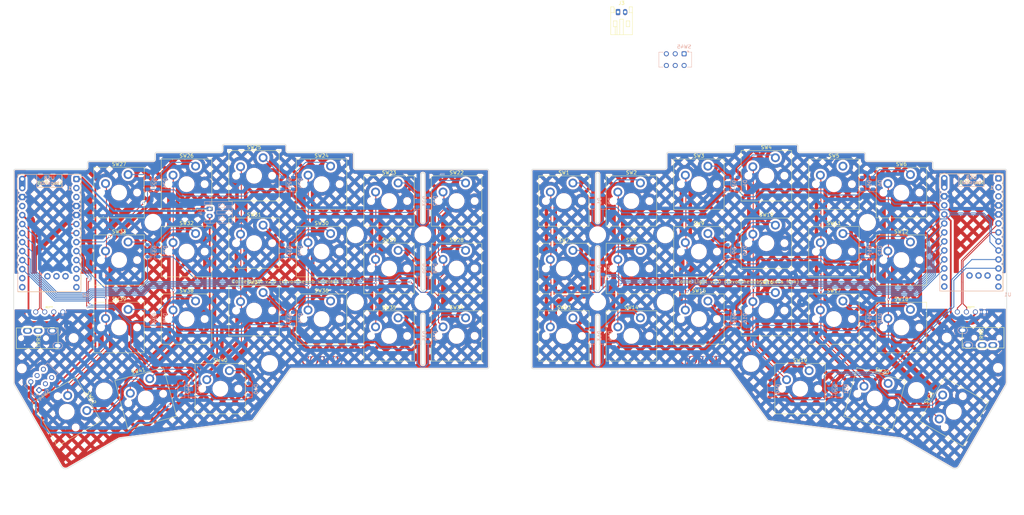
<source format=kicad_pcb>
(kicad_pcb (version 20240108) (generator "pcbnew") (generator_version "8.0")
  (title_block (title "Corne Light") (date "2020-11-12") (rev "2.0") (company "foostan"))
  (layers (0 "F.Cu" signal) (31 "B.Cu" signal) (34 "B.Paste" user) (35 "F.Paste" user) (36 "B.SilkS" user "B.Silkscreen") (37 "F.SilkS" user "F.Silkscreen") (38 "B.Mask" user) (39 "F.Mask" user) (44 "Edge.Cuts" user))
  (net 0 "")
  (net 1 "row0")
  (net 2 "row1")
  (net 3 "row2")
  (net 4 "row3")
  (net 5 "GND")
  (net 6 "VCC")
  (net 7 "col0")
  (net 8 "col1")
  (net 9 "col2")
  (net 10 "col3")
  (net 11 "col4")
  (net 12 "col5")
  (net 13 "data")
  (net 14 "reset")
  (net 15 "SCL")
  (net 16 "SDA")
  (net 17 "row0_r")
  (net 18 "row1_r")
  (net 19 "row2_r")
  (net 20 "row3_r")
  (net 21 "data_r")
  (net 22 "SDA_r")
  (net 23 "SCL_r")
  (net 24 "reset_r")
  (net 25 "col0_r")
  (net 26 "col1_r")
  (net 27 "col2_r")
  (net 28 "col3_r")
  (net 29 "col4_r")
  (net 30 "col5_r")
  (net 31 "VDD")
  (net 32 "GNDA")
  (net 33 "Net-(D1-A)")
  (net 34 "Net-(D2-A)")
  (net 35 "Net-(D3-A)")
  (net 36 "Net-(D4-A)")
  (net 37 "Net-(D5-A)")
  (net 38 "Net-(D6-A)")
  (net 39 "Net-(D7-A)")
  (net 40 "Net-(D8-A)")
  (net 41 "Net-(D9-A)")
  (net 42 "Net-(D10-A)")
  (net 43 "Net-(D11-A)")
  (net 44 "Net-(D12-A)")
  (net 45 "Net-(D13-A)")
  (net 46 "Net-(D14-A)")
  (net 47 "Net-(D15-A)")
  (net 48 "Net-(D16-A)")
  (net 49 "Net-(D17-A)")
  (net 50 "Net-(D18-A)")
  (net 51 "Net-(D19-A)")
  (net 52 "Net-(D20-A)")
  (net 53 "Net-(D21-A)")
  (net 54 "Net-(D22-A)")
  (net 55 "Net-(D23-A)")
  (net 56 "Net-(D24-A)")
  (net 57 "Net-(D25-A)")
  (net 58 "Net-(D26-A)")
  (net 59 "Net-(D27-A)")
  (net 60 "Net-(D28-A)")
  (net 61 "Net-(D29-A)")
  (net 62 "Net-(D30-A)")
  (net 63 "Net-(D31-A)")
  (net 64 "Net-(D32-A)")
  (net 65 "Net-(D33-A)")
  (net 66 "Net-(D34-A)")
  (net 67 "Net-(D35-A)")
  (net 68 "Net-(D36-A)")
  (net 69 "Net-(D37-A)")
  (net 70 "Net-(D38-A)")
  (net 71 "Net-(D39-A)")
  (net 72 "Net-(D40-A)")
  (net 73 "Net-(D41-A)")
  (net 74 "Net-(D42-A)")
  (net 75 "bat+")
  (net 76 "bat-")
  (net 77 "bat+_r")
  (net 78 "bat-_r")
  (net 79 "Net-(SW44-A-Pad1)")
  (net 85 "Net-(SW45-A-Pad1)")
  (footprint "kbd:MJ-4PP-9" (layer "F.Cu") (at 296.091132 107.947376 -90)
    (property "Reference" "J1")
    (property "Value" "MJ-4PP-9" (hide yes))
  )
  (footprint "kbd:MJ-4PP-9" (layer "F.Cu") (at 17.797098 108.076108 90)
    (property "Reference" "J6")
    (property "Value" "MJ-4PP-9" (hide yes))
  )
  (footprint "PCM_Switch_Keyboard_Cherry_MX:SW_Cherry_MX_PCB_1.00u" (layer "F.Cu") (at 141.874098 69.431108)
    (property "Reference" "SW22")
    (property "Value" "SW_PUSH")
  )
  (footprint "PCM_Switch_Keyboard_Cherry_MX:SW_Cherry_MX_PCB_1.00u" (layer "F.Cu") (at 122.874098 69.431108)
    (property "Reference" "SW23")
    (property "Value" "SW_PUSH")
  )
  (footprint "PCM_Switch_Keyboard_Cherry_MX:SW_Cherry_MX_PCB_1.00u" (layer "F.Cu") (at 103.874098 64.681108)
    (property "Reference" "SW24")
    (property "Value" "SW_PUSH")
  )
  (footprint "PCM_Switch_Keyboard_Cherry_MX:SW_Cherry_MX_PCB_1.00u" (layer "F.Cu") (at 84.874098 62.306108)
    (property "Reference" "SW25")
    (property "Value" "SW_PUSH")
  )
  (footprint "PCM_Switch_Keyboard_Cherry_MX:SW_Cherry_MX_PCB_1.00u" (layer "F.Cu") (at 65.874098 64.681108)
    (property "Reference" "SW26")
    (property "Value" "SW_PUSH")
  )
  (footprint "PCM_Switch_Keyboard_Cherry_MX:SW_Cherry_MX_PCB_1.00u" (layer "F.Cu") (at 46.874098 67.056108)
    (property "Reference" "SW27")
    (property "Value" "SW_PUSH")
  )
  (footprint "PCM_Switch_Keyboard_Cherry_MX:SW_Cherry_MX_PCB_1.00u" (layer "F.Cu") (at 141.874098 88.431108)
    (property "Reference" "SW28")
    (property "Value" "SW_PUSH")
  )
  (footprint "PCM_Switch_Keyboard_Cherry_MX:SW_Cherry_MX_PCB_1.00u" (layer "F.Cu") (at 122.874098 88.431108)
    (property "Reference" "SW29")
    (property "Value" "SW_PUSH")
  )
  (footprint "PCM_Switch_Keyboard_Cherry_MX:SW_Cherry_MX_PCB_1.00u" (layer "F.Cu") (at 103.874098 83.681108)
    (property "Reference" "SW30")
    (property "Value" "SW_PUSH")
  )
  (footprint "PCM_Switch_Keyboard_Cherry_MX:SW_Cherry_MX_PCB_1.00u" (layer "F.Cu") (at 84.874098 81.306108)
    (property "Reference" "SW31")
    (property "Value" "SW_PUSH")
  )
  (footprint "PCM_Switch_Keyboard_Cherry_MX:SW_Cherry_MX_PCB_1.00u" (layer "F.Cu") (at 65.874098 83.681108)
    (property "Reference" "SW32")
    (property "Value" "SW_PUSH")
  )
  (footprint "PCM_Switch_Keyboard_Cherry_MX:SW_Cherry_MX_PCB_1.00u" (layer "F.Cu") (at 46.874098 86.056108)
    (property "Reference" "SW33")
    (property "Value" "SW_PUSH")
  )
  (footprint "PCM_Switch_Keyboard_Cherry_MX:SW_Cherry_MX_PCB_1.00u" (layer "F.Cu") (at 141.874098 107.431108)
    (property "Reference" "SW34")
    (property "Value" "SW_PUSH")
  )
  (footprint "PCM_Switch_Keyboard_Cherry_MX:SW_Cherry_MX_PCB_1.00u" (layer "F.Cu") (at 122.874098 107.431108)
    (property "Reference" "SW35")
    (property "Value" "SW_PUSH")
  )
  (footprint "PCM_Switch_Keyboard_Cherry_MX:SW_Cherry_MX_PCB_1.00u" (layer "F.Cu") (at 103.874098 102.681108)
    (property "Reference" "SW36")
    (property "Value" "SW_PUSH")
  )
  (footprint "PCM_Switch_Keyboard_Cherry_MX:SW_Cherry_MX_PCB_1.00u" (layer "F.Cu") (at 84.874098 100.306108)
    (property "Reference" "SW37")
    (property "Value" "SW_PUSH")
  )
  (footprint "PCM_Switch_Keyboard_Cherry_MX:SW_Cherry_MX_PCB_1.00u" (layer "F.Cu") (at 65.874098 102.681108)
    (property "Reference" "SW38")
    (property "Value" "SW_PUSH")
  )
  (footprint "PCM_Switch_Keyboard_Cherry_MX:SW_Cherry_MX_PCB_1.00u" (layer "F.Cu") (at 75.374098 122.306108)
    (property "Reference" "SW40")
    (property "Value" "SW_PUSH")
  )
  (footprint "PCM_Switch_Keyboard_Cherry_MX:SW_Cherry_MX_PCB_1.00u" (layer "F.Cu") (at 54.374098 125.056108 15)
    (property "Reference" "SW41")
    (property "Value" "SW_PUSH")
  )
  (footprint "PCM_Switch_Keyboard_Cherry_MX:SW_Cherry_MX_PCB_1.00u" (layer "F.Cu") (at 46.874098 105.056108)
    (property "Reference" "SW39")
    (property "Value" "SW_PUSH")
  )
  (footprint "PCM_Switch_Keyboard_Cherry_MX:SW_Cherry_MX_PCB_1.00u" (layer "F.Cu") (at 267.064132 67.060376)
    (property "Reference" "SW6")
    (property "Value" "SW_PUSH")
  )
  (footprint "PCM_Switch_Keyboard_Cherry_MX:SW_Cherry_MX_PCB_1.00u" (layer "F.Cu") (at 248.064132 64.685376)
    (property "Reference" "SW5")
    (property "Value" "SW_PUSH")
  )
  (footprint "PCM_Switch_Keyboard_Cherry_MX:SW_Cherry_MX_PCB_1.00u" (layer "F.Cu") (at 229.064132 62.310376)
    (property "Reference" "SW4")
    (property "Value" "SW_PUSH")
  )
  (footprint "PCM_Switch_Keyboard_Cherry_MX:SW_Cherry_MX_PCB_1.00u" (layer "F.Cu") (at 210.064132 64.685376)
    (property "Reference" "SW3")
    (property "Value" "SW_PUSH")
  )
  (footprint "PCM_Switch_Keyboard_Cherry_MX:SW_Cherry_MX_PCB_1.00u" (layer "F.Cu") (at 191.064132 69.435376)
    (property "Reference" "SW2")
    (property "Value" "SW_PUSH")
  )
  (footprint "PCM_Switch_Keyboard_Cherry_MX:SW_Cherry_MX_PCB_1.00u" (layer "F.Cu") (at 267.064132 105.060376)
    (property "Reference" "SW18")
    (property "Value" "SW_PUSH")
  )
  (footprint "PCM_Switch_Keyboard_Cherry_MX:SW_Cherry_MX_PCB_1.00u" (layer "F.Cu") (at 281.814132 128.810376 60)
    (property "Reference" "SW21")
    (property "Value" "SW_PUSH")
  )
  (footprint "PCM_Switch_Keyboard_Cherry_MX:SW_Cherry_MX_PCB_1.00u" (layer "F.Cu") (at 172.064132 107.435376)
    (property "Reference" "SW13")
    (property "Value" "SW_PUSH")
  )
  (footprint "PCM_Switch_Keyboard_Cherry_MX:SW_Cherry_MX_PCB_1.00u" (layer "F.Cu") (at 259.564132 125.060376 -15)
    (property "Reference" "SW20")
    (property "Value" "SW_PUSH")
  )
  (footprint "PCM_Switch_Keyboard_Cherry_MX:SW_Cherry_MX_PCB_1.00u" (layer "F.Cu") (at 238.564132 122.310376)
    (property "Reference" "SW19")
    (property "Value" "SW_PUSH")
  )
  (footprint "PCM_Switch_Keyboard_Cherry_MX:SW_Cherry_MX_PCB_1.00u" (layer "F.Cu") (at 248.064132 102.685376)
    (property "Reference" "SW17")
    (property "Value" "SW_PUSH")
  )
  (footprint "PCM_Switch_Keyboard_Cherry_MX:SW_Cherry_MX_PCB_1.00u" (layer "F.Cu") (at 229.064132 100.310376)
    (property "Reference" "SW16")
    (property "Value" "SW_PUSH")
  )
  (footprint "PCM_Switch_Keyboard_Cherry_MX:SW_Cherry_MX_PCB_1.00u" (layer "F.Cu") (at 210.064132 102.685376)
    (property "Reference" "SW15")
    (property "Value" "SW_PUSH")
  )
  (footprint "PCM_Switch_Keyboard_Cherry_MX:SW_Cherry_MX_PCB_1.00u" (layer "F.Cu") (at 191.064132 107.435376)
    (property "Reference" "SW14")
    (property "Value" "SW_PUSH")
  )
  (footprint "PCM_Switch_Keyboard_Cherry_MX:SW_Cherry_MX_PCB_1.00u" (layer "F.Cu") (at 267.064132 86.060376)
    (property "Reference" "SW12")
    (property "Value" "SW_PUSH")
  )
  (footprint "PCM_Switch_Keyboard_Cherry_MX:SW_Cherry_MX_PCB_1.00u" (layer "F.Cu") (at 248.064132 83.685376)
    (property "Reference" "SW11")
    (property "Value" "SW_PUSH")
  )
  (footprint "PCM_Switch_Keyboard_Cherry_MX:SW_Cherry_MX_PCB_1.00u" (layer "F.Cu") (at 229.064132 81.310376)
    (property "Reference" "SW10")
    (property "Value" "SW_PUSH")
  )
  (footprint "PCM_Switch_Keyboard_Cherry_MX:SW_Cherry_MX_PCB_1.00u" (layer "F.Cu") (at 210.064132 83.685376)
    (property "Reference" "SW9")
    (property "Value" "SW_PUSH")
  )
  (footprint "PCM_Switch_Keyboard_Cherry_MX:SW_Cherry_MX_PCB_1.00u" (layer "F.Cu") (at 191.064132 88.435376)
    (property "Reference" "SW8")
    (property "Value" "SW_PUSH")
  )
  (footprint "PCM_Switch_Keyboard_Cherry_MX:SW_Cherry_MX_PCB_1.00u" (layer "F.Cu") (at 172.064132 88.435376)
    (property "Reference" "SW7")
    (property "Value" "SW_PUSH")
  )
  (footprint "PCM_Switch_Keyboard_Cherry_MX:SW_Cherry_MX_PCB_1.00u" (layer "F.Cu") (at 172.064132 69.435376)
    (property "Reference" "SW1")
    (property "Value" "SW_PUSH")
  )
  (footprint "kbd:thread_m2" (layer "F.Cu") (at 19.520098 116.596108)
    (property "Reference" "Ref**" (hide yes))
    (property "Value" "Val**" (hide yes))
  )
  (footprint "kbd:thread_m2" (layer "F.Cu") (at 34.079098 108.053108)
    (property "Reference" "Ref**" (hide yes))
    (property "Value" "Val**" (hide yes))
  )
  (footprint "PCM_Switch_Keyboard_Cherry_MX:SW_Cherry_MX_PCB_1.00u" (layer "F.Cu") (at 32.124098 128.806108 -60)
    (property "Reference" "SW42")
    (property "Value" "SW_PUSH")
  )
  (footprint "kbd:OLED" (layer "F.Cu") (at 286.62073 100.683376)
    (property "Reference" "J2")
    (property "Value" "OLED" (hide yes))
  )
  (footprint "kbd:OLED" (layer "F.Cu") (at 27.224098 100.681108)
    (property "Reference" "J7")
    (property "Value" "OLED" (hide yes))
  )
  (footprint "Connector_JST:JST_PH_S2B-PH-K_1x02_P2.00mm_Horizontal" (layer "F.Cu") (at 187.3125 16.195)
    (property "Reference" "J3")
    (property "Value" "Conn_01x02")
  )
  (footprint "Diode_SMD:D_SOD-123" (layer "B.Cu") (at 133.874098 107.431108 90)
    (property "Reference" "D34")
    (property "Value" "D")
  )
  (footprint "Diode_SMD:D_SOD-123" (layer "B.Cu") (at 95.874098 102.431108 90)
    (property "Reference" "D36")
    (property "Value" "D")
  )
  (footprint "Diode_SMD:D_SOD-123" (layer "B.Cu") (at 92.874098 102.426108 90)
    (property "Reference" "D37")
    (property "Value" "D")
  )
  (footprint "Diode_SMD:D_SOD-123" (layer "B.Cu") (at 57.874098 102.431108 90)
    (property "Reference" "D38")
    (property "Value" "D")
  )
  (footprint "Diode_SMD:D_SOD-123" (layer "B.Cu") (at 54.874098 102.431108 90)
    (property "Reference" "D39")
    (property "Value" "D")
  )
  (footprint "Diode_SMD:D_SOD-123" (layer "B.Cu") (at 83.374098 122.441108 90)
    (property "Reference" "D40")
    (property "Value" "D")
  )
  (footprint "Diode_SMD:D_SOD-123" (layer "B.Cu") (at 67.384098 122.426108 90)
    (property "Reference" "D41")
    (property "Value" "D")
  )
  (footprint "Diode_SMD:D_SOD-123" (layer "B.Cu") (at 64.384098 122.426108 90)
    (property "Reference" "D42")
    (property "Value" "D")
  )
  (footprint "Diode_SMD:D_SOD-123" (layer "B.Cu") (at 133.874098 69.431108 90)
    (property "Reference" "D22")
    (property "Value" "D")
  )
  (footprint "Diode_SMD:D_SOD-123" (layer "B.Cu") (at 130.874098 69.431108 90)
    (property "Reference" "D23")
    (property "Value" "D")
  )
  (footprint "Diode_SMD:D_SOD-123" (layer "B.Cu") (at 95.874098 64.431108 90)
    (property "Reference" "D24")
    (property "Value" "D")
  )
  (footprint "Diode_SMD:D_SOD-123" (layer "B.Cu") (at 92.874098 64.426108 90)
    (property "Reference" "D25")
    (property "Value" "D")
  )
  (footprint "Diode_SMD:D_SOD-123" (layer "B.Cu") (at 57.874098 64.431108 90)
    (property "Reference" "D26")
    (property "Value" "D")
  )
  (footprint "Diode_SMD:D_SOD-123" (layer "B.Cu") (at 54.874098 64.431108 90)
    (property "Reference" "D27")
    (property "Value" "D")
  )
  (footprint "Diode_SMD:D_SOD-123" (layer "B.Cu") (at 133.874098 88.431108 90)
    (property "Reference" "D28")
    (property "Value" "D")
  )
  (footprint "Diode_SMD:D_SOD-123" (layer "B.Cu") (at 130.874098 88.431108 90)
    (property "Reference" "D29")
    (property "Value" "D")
  )
  (footprint "Diode_SMD:D_SOD-123" (layer "B.Cu") (at 95.874098 83.431108 90)
    (property "Reference" "D30")
    (property "Value" "D")
  )
  (footprint "Diode_SMD:D_SOD-123" (layer "B.Cu") (at 92.874098 83.426108 90)
    (property "Reference" "D31")
    (property "Value" "D")
  )
  (footprint "Diode_SMD:D_SOD-123" (layer "B.Cu") (at 57.874098 83.431108 90)
    (property "Reference" "D32")
    (property "Value" "D")
  )
  (footprint "Diode_SMD:D_SOD-123" (layer "B.Cu") (at 183.064132 107.435376 90)
    (property "Reference" "D14")
    (property "Value" "D")
  )
  (footprint "Diode_SMD:D_SOD-123" (layer "B.Cu") (at 183.064132 88.435376 90)
    (property "Reference" "D8")
    (property "Value" "D")
  )
  (footprint "Diode_SMD:D_SOD-123" (layer "B.Cu") (at 183.064132 69.435376 90)
    (property "Reference" "D2")
    (property "Value" "D")
  )
  (footprint "Diode_SMD:D_SOD-123" (layer "B.Cu") (at 54.874098 83.431108 90)
    (property "Reference" "D33")
    (property "Value" "D")
  )
  (footprint "PCM_marbastlib-xp-promicroish:SuperMini_nRF52840_AH_Reversible" (layer "B.Cu") (at 286.769132 79.546484 180)
    (property "Reference" "U1")
    (property "Value" "nice_nano")
  )
  (footprint "PCM_marbastlib-xp-promicroish:SuperMini_nRF52840_AH_Reversible" (layer "B.Cu") (at 27.252098 79.741108 180)
    (property "Reference" "U2")
    (property "Value" "nice_nano")
  )
  (footprint "Diode_SMD:D_SOD-123" (layer "B.Cu") (at 249.564132 122.420376 90)
    (property "Reference" "D21")
    (property "Value" "D")
  )
  (footprint "Diode_SMD:D_SOD-123" (layer "B.Cu") (at 246.564132 122.420376 90)
    (property "Reference" "D20")
    (property "Value" "D")
  )
  (footprint "Diode_SMD:D_SOD-123" (layer "B.Cu") (at 230.384132 122.425376 90)
    (property "Reference" "D19")
    (property "Value" "D")
  )
  (footprint "Diode_SMD:D_SOD-123" (layer "B.Cu") (at 259.064132 102.435376 90)
    (property "Reference" "D18")
    (property "Value" "D")
  )
  (footprint "Diode_SMD:D_SOD-123" (layer "B.Cu") (at 256.064132 102.435376 90)
    (property "Reference" "D17")
    (property "Value" "D")
  )
  (footprint "Diode_SMD:D_SOD-123" (layer "B.Cu") (at 221.064132 102.430376 90)
    (property "Reference" "D16")
    (property "Value" "D")
  )
  (footprint "Diode_SMD:D_SOD-123" (layer "B.Cu") (at 218.064132 102.435376 90)
    (property "Reference" "D15")
    (property "Value" "D")
  )
  (footprint "Diode_SMD:D_SOD-123" (layer "B.Cu") (at 180.064132 107.432251 90)
    (property "Reference" "D13")
    (property "Value" "D")
  )
  (footprint "Diode_SMD:D_SOD-123" (layer "B.Cu") (at 259.064132 83.435376 90)
    (property "Reference" "D12")
    (property "Value" "D")
  )
  (footprint "Diode_SMD:D_SOD-123" (layer "B.Cu") (at 256.064132 83.435376 90)
    (property "Reference" "D11")
    (property "Value" "D")
  )
  (footprint "Diode_SMD:D_SOD-123" (layer "B.Cu") (at 221.064132 83.430376 90)
    (property "Reference" "D10")
    (property "Value" "D")
  )
  (footprint "Diode_SMD:D_SOD-123" (layer "B.Cu") (at 218.064132 83.435376 90)
    (property "Reference" "D9")
    (property "Value" "D")
  )
  (footprint "Diode_SMD:D_SOD-123" (layer "B.Cu") (at 180.064132 88.432251 90)
    (property "Reference" "D7")
    (property "Value" "D")
  )
  (footprint "Diode_SMD:D_SOD-123" (layer "B.Cu") (at 259.064132 64.435376 90)
    (property "Reference" "D6")
    (property "Value" "D")
  )
  (footprint "Diode_SMD:D_SOD-123" (layer "B.Cu") (at 256.064132 64.435376 90)
    (property "Reference" "D5")
    (property "Value" "D")
  )
  (footprint "Diode_SMD:D_SOD-123" (layer "B.Cu") (at 221.064132 64.430376 90)
    (property "Reference" "D4")
    (property "Value" "D")
  )
  (footprint "Diode_SMD:D_SOD-123" (layer "B.Cu") (at 218.064132 64.435376 90)
    (property "Reference" "D3")
    (property "Value" "D")
  )
  (footprint "Diode_SMD:D_SOD-123" (layer "B.Cu") (at 180.064132 69.432251 90)
    (property "Reference" "D1")
    (property "Value" "D")
  )
  (footprint "Diode_SMD:D_SOD-123" (layer "B.Cu") (at 130.874098 107.431108 90)
    (property "Reference" "D35")
    (property "Value" "D")
  )
  (footprint "kbd:spacer_m2" (layer "B.Cu") (at 181.572132 97.935876 180)
    (property "Reference" "Ref**" (hide yes))
    (property "Value" "Val**" (hide yes))
  )
  (footprint "kbd:spacer_m2" (layer "B.Cu") (at 257.527132 75.445876 180)
    (property "Reference" "Ref**" (hide yes))
    (property "Value" "Val**" (hide yes))
  )
  (footprint "kbd:spacer_m2" (layer "B.Cu") (at 181.572132 78.935876 180)
    (property "Reference" "Ref**" (hide yes))
    (property "Value" "Val**" (hide yes))
  )
  (footprint "kbd:spacer_m2" (layer "B.Cu") (at 224.716132 115.200876 180)
    (property "Reference" "Ref**" (hide yes))
    (property "Value" "Val**" (hide yes))
  )
  (footprint "kbd:spacer_m2" (layer "B.Cu") (at 271.282132 122.815376 180)
    (property "Reference" "Ref**" (hide yes))
    (property "Value" "Val**" (hide yes))
  )
  (footprint "kbd:thread_m2" (layer "B.Cu") (at 279.821132 107.934376 180)
    (property "Reference" "Ref**" (hide yes))
    (property "Value" "Val**" (hide yes))
  )
  (footprint "kbd:thread_m2" (layer "B.Cu") (at 294.253132 116.455376 180)
    (property "Reference" "Ref**" (hide yes))
    (property "Value" "Val**" (hide yes))
  )
  (footprint "kbd:spacer_m2" (layer "B.Cu") (at 56.425098 75.447608 180)
    (property "Reference" "Ref**" (hide yes))
    (property "Value" "Val**" (hide yes))
  )
  (footprint "kbd:spacer_m2" (layer "B.Cu") (at 42.675098 122.957608 180)
    (property "Reference" "Ref**" (hide yes))
    (property "Value" "Val**" (hide yes))
  )
  (footprint "kbd:spacer_m2" (layer "B.Cu") (at 89.245098 115.207608 180)
    (property "Reference" "Ref**" (hide yes))
    (property "Value" "Val**" (hide yes))
  )
  (footprint "kbd:spacer_m2" (layer "B.Cu") (at 132.385098 78.937608 180)
    (property "Reference" "Ref**" (hide yes))
    (property "Value" "Val**" (hide yes))
  )
  (footprint "kbd:spacer_m2" (layer "B.Cu") (at 132.385098 97.937608 180)
    (property "Reference" "Ref**" (hide yes))
    (property "Value" "Val**" (hide yes))
  )
  (footprint "kbd:spacer_m2" (layer "B.Cu") (at 200.589132 97.960376 180)
    (property "Reference" "Ref**" (hide yes))
    (property "Value" "Val**" (hide yes))
  )
  (footprint "kbd:spacer_m2" (layer "B.Cu") (at 200.589132 78.960376 180)
    (property "Reference" "Ref**" (hide yes))
    (property "Value" "Val**" (hide yes))
  )
  (footprint "kbd:spacer_m2" (layer "B.Cu") (at 113.401751 97.937608 180)
    (property "Reference" "Ref**" (hide yes))
    (property "Value" "Val**" (hide yes))
  )
  (footprint "kbd:spacer_m2" (layer "B.Cu") (at 113.401751 78.937608 180)
    (property "Reference" "Ref**" (hide yes))
    (property "Value" "Val**" (hide yes))
  )
  (footprint "Button_Switch_THT:SW_CK_JS202011AQN_DPDT_Angled" (layer "B.Cu") (at 205.9125 27.945001 180)
    (property "Reference" "SW45")
    (property "Value" "SW_Slide_DPDT")
  )
  (footprint "Button_Switch_THT:SW_CK_JS202011AQN_DPDT_Angled" (layer "B.Cu") (at 24.372016 122.700094 45)
    (property "Reference" "SW44")
    (property "Value" "SW_Slide_DPDT")
  )
  (footprint "Connector_JST:JST_PH_S2B-PH-K_1x02_P2.00mm_Horizontal" (layer "B.Cu") (at 72.374098 71.631108 -90)
    (property "Reference" "J4")
    (property "Value" "Conn_01x02")
  )
  (gr_poly (pts (xy 216.178944 113.125176) (xy 216.178944 113.675333) (xy 216.142308 113.713801) (xy 216.011638 113.713801) (xy 215.975001 113.68205) (xy 215.905422 113.283934) (xy 215.104276 113.283934) (xy 215.104276 114.143669) (xy 215.585948 114.143669) (xy 215.619628 113.8634) (xy 215.656264 113.831038) (xy 215.75274 113.831038) (xy 215.789377 113.867674) (xy 215.789377 114.615057) (xy 215.75274 114.651694) (xy 215.656264 114.651694) (xy 215.619628 114.620553) (xy 215.585873 114.339063) (xy 215.104276 114.339063) (xy 215.104276 115.316034) (xy 215.955462 115.316034) (xy 215.954851 115.319698) (xy 216.025071 114.917918) (xy 216.061708 114.886167) (xy 216.192377 114.886167) (xy 216.229014 114.922803) (xy 216.229014 115.474792) (xy 216.192377 115.511429) (xy 214.461306 115.511429) (xy 214.42467 115.476013) (xy 214.42467 115.39236) (xy 214.460085 115.355113) (xy 214.757451 115.327139) (xy 214.757451 113.274652) (xy 214.460085 113.244855) (xy 214.42467 113.20944) (xy 214.42467 113.123955) (xy 214.461306 113.088539) (xy 216.142308 113.088539)) (fill solid) (layer "F.Cu") (net 5))
  (gr_poly (pts (xy 99.781714 113.075607) (xy 99.801759 113.077754) (xy 99.925178 113.093324) (xy 99.966623 113.099736) (xy 100.089126 113.120687) (xy 100.129044 113.128434) (xy 100.252196 113.152009) (xy 100.267042 113.15469) (xy 100.302457 113.191327) (xy 100.302457 113.734767) (xy 100.263989 113.772014) (xy 100.128434 113.772014) (xy 100.101567 113.764076) (xy 100.089966 113.740262) (xy 100.019746 113.332987) (xy 100.018525 113.331766) (xy 99.941588 113.312837) (xy 99.84328 113.289634) (xy 99.740088 113.271316) (xy 99.638727 113.263989) (xy 99.512659 113.269592) (xy 99.382213 113.288959) (xy 99.261904 113.322161) (xy 99.227788 113.334819) (xy 99.111427 113.390442) (xy 99.008342 113.459917) (xy 98.926148 113.535098) (xy 98.849044 113.630227) (xy 98.785649 113.737622) (xy 98.739913 113.845897) (xy 98.703411 113.974977) (xy 98.683375 114.099961) (xy 98.675862 114.232219) (xy 98.675799 114.245845) (xy 98.681161 114.373057) (xy 98.697245 114.496404) (xy 98.724051 114.615887) (xy 98.743577 114.680597) (xy 98.791483 114.803673) (xy 98.850481 114.917208) (xy 98.920569 115.021202) (xy 98.935918 115.040856) (xy 99.01872 115.131349) (xy 99.121234 115.216016) (xy 99.235726 115.285098) (xy 99.349333 115.33211) (xy 99.470333 115.361711) (xy 99.598727 115.373899) (xy 99.625294 115.374247) (xy 99.716885 115.370583) (xy 99.824351 115.360203) (xy 99.929376 115.343106) (xy 100.015471 115.312576) (xy 100.019746 115.308302) (xy 100.089966 114.897974) (xy 100.100956 114.877213) (xy 100.128434 114.866222) (xy 100.263989 114.866222) (xy 100.302457 114.902858) (xy 100.302457 115.438971) (xy 100.270095 115.475608) (xy 100.147627 115.504767) (xy 100.138814 115.506749) (xy 100.015436 115.530749) (xy 99.984331 115.536058) (xy 99.862958 115.553611) (xy 99.803591 115.559872) (xy 99.681491 115.568029) (xy 99.589268 115.569641) (xy 99.457748 115.564663) (xy 99.331856 115.549727) (xy 99.222293 115.527509) (xy 99.097386 115.490129) (xy 98.980034 115.442101) (xy 98.905998 115.404167) (xy 98.801928 115.33888) (xy 98.699263 115.258268) (xy 98.648322 115.210604) (xy 98.562486 115.115288) (xy 98.488541 115.011909) (xy 98.458423 114.961477) (xy 98.401951 114.846114) (xy 98.356564 114.722286) (xy 98.339355 114.662279) (xy 98.313309 114.538832) (xy 98.299284 114.412121) (xy 98.296612 114.325835) (xy 98.302457 114.192026) (xy 98.31999 114.065144) (xy 98.346072 113.955807) (xy 98.389463 113.832159) (xy 98.444532 113.716754) (xy 98.487732 113.644397) (xy 98.561435 113.543418) (xy 98.644239 113.452056) (xy 98.704498 113.396491) (xy 98.801441 113.320785) (xy 98.905426 113.254868) (xy 98.978661 113.216362) (xy 99.094581 113.166845) (xy 99.217026 113.127289) (xy 99.302282 113.106452) (xy 99.433286 113.083383) (xy 99.555033 113.071589) (xy 99.655824 113.068595)) (fill solid) (layer "F.Cu") (net 32))
  (gr_poly (pts (xy 103.987585 113.111445) (xy 104.119033 113.12276) (xy 104.259453 113.146294) (xy 104.380983 113.180691) (xy 104.498892 113.234549) (xy 104.541554 113.262157) (xy 104.640291 113.348256) (xy 104.714778 113.446801) (xy 104.770209 113.574666) (xy 104.792728 113.699884) (xy 104.794956 113.757359) (xy 104.782806 113.886338) (xy 104.746355 114.003081) (xy 104.673117 114.123816) (xy 104.584016 114.214048) (xy 104.470615 114.292043) (xy 104.449352 114.303853) (xy 104.336905 114.35794) (xy 104.274108 114.379568) (xy 104.373605 114.455734) (xy 104.458769 114.561415) (xy 104.527345 114.670592) (xy 104.57758 114.763029) (xy 104.880441 115.343717) (xy 104.8896 115.34677) (xy 105.145444 115.374247) (xy 105.180859 115.411494) (xy 105.180859 115.495147) (xy 105.144223 115.530563) (xy 104.592845 115.530563) (xy 104.549492 115.505528) (xy 104.247241 114.882098) (xy 104.177901 114.753685) (xy 104.102687 114.647038) (xy 104.004677 114.54779) (xy 103.89821 114.479884) (xy 103.763308 114.440272) (xy 103.701969 114.436355) (xy 103.66289 114.436355) (xy 103.66289 115.34682) (xy 103.995671 115.374247) (xy 104.032307 115.411494) (xy 104.032307 115.495147) (xy 103.993839 115.530563) (xy 103.013204 115.530563) (xy 102.976568 115.495147) (xy 102.976568 115.411494) (xy 103.011983 115.374247) (xy 103.309349 115.346273) (xy 103.309349 113.303068) (xy 103.66289 113.303068) (xy 103.66289 114.240927) (xy 103.782187 114.240284) (xy 103.913176 114.237279) (xy 103.996892 114.232412) (xy 104.122424 114.208262) (xy 104.237318 114.153784) (xy 104.333811 114.060249) (xy 104.347991 114.03946) (xy 104.396588 113.92403) (xy 104.410273 113.800713) (xy 104.394993 113.657348) (xy 104.349153 113.538283) (xy 104.253805 113.427479) (xy 104.140732 113.361871) (xy 103.9971 113.320563) (xy 103.86019 113.305012) (xy 103.784401 113.303068) (xy 103.66289 113.303068) (xy 103.309349 113.303068) (xy 103.309349 113.293786) (xy 103.011983 113.263989) (xy 102.976568 113.228574) (xy 102.976568 113.143089) (xy 103.013204 113.107673) (xy 103.843019 113.107673)) (fill solid) (layer "F.Cu") (net 32))
  (gr_poly (pts (xy 206.342465 113.056473) (xy 206.36251 113.05862) (xy 206.485929 113.07419) (xy 206.527374 113.080602) (xy 206.649877 113.101553) (xy 206.689795 113.1093) (xy 206.812947 113.132875) (xy 206.827793 113.135556) (xy 206.863208 113.172193) (xy 206.863208 113.715633) (xy 206.82474 113.75288) (xy 206.689185 113.75288) (xy 206.662318 113.744942) (xy 206.650717 113.721128) (xy 206.580497 113.313853) (xy 206.579276 113.312632) (xy 206.502339 113.293703) (xy 206.404031 113.2705) (xy 206.300839 113.252182) (xy 206.199478 113.244855) (xy 206.07341 113.250458) (xy 205.942964 113.269825) (xy 205.822655 113.303027) (xy 205.788539 113.315685) (xy 205.672178 113.371308) (xy 205.569093 113.440783) (xy 205.486899 113.515964) (xy 205.409795 113.611093) (xy 205.3464 113.718488) (xy 205.300664 113.826763) (xy 205.264162 113.955843) (xy 205.244126 114.080827) (xy 205.236613 114.213085) (xy 205.23655 114.226711) (xy 205.241912 114.353923) (xy 205.257996 114.47727) (xy 205.284802 114.596753) (xy 205.304328 114.661463) (xy 205.352234 114.784539) (xy 205.411232 114.898074) (xy 205.48132 115.002068) (xy 205.496669 115.021722) (xy 205.579471 115.112215) (xy 205.681985 115.196882) (xy 205.796477 115.265964) (xy 205.910084 115.312976) (xy 206.031084 115.342577) (xy 206.159478 115.354765) (xy 206.186045 115.355113) (xy 206.277636 115.351449) (xy 206.385102 115.341069) (xy 206.490127 115.323972) (xy 206.576222 115.293442) (xy 206.580497 115.289168) (xy 206.650717 114.87884) (xy 206.661707 114.858079) (xy 206.689185 114.847088) (xy 206.82474 114.847088) (xy 206.863208 114.883724) (xy 206.863208 115.419837) (xy 206.830846 115.456474) (xy 206.708378 115.485633) (xy 206.699565 115.487615) (xy 206.576187 115.511615) (xy 206.545082 115.516924) (xy 206.423709 115.534477) (xy 206.364342 115.540738) (xy 206.242242 115.548895) (xy 206.150019 115.550507) (xy 206.018499 115.545529) (xy 205.892607 115.530593) (xy 205.783044 115.508375) (xy 205.658137 115.470995) (xy 205.540785 115.422967) (xy 205.466749 115.385033) (xy 205.362679 115.319746) (xy 205.260014 115.239134) (xy 205.209073 115.19147) (xy 205.123237 115.096154) (xy 205.049292 114.992775) (xy 205.019174 114.942343) (xy 204.962702 114.82698) (xy 204.917315 114.703152) (xy 204.900106 114.643145) (xy 204.87406 114.519698) (xy 204.860035 114.392987) (xy 204.857363 114.306701) (xy 204.863208 114.172892) (xy 204.880741 114.04601) (xy 204.906823 113.936673) (xy 204.950214 113.813025) (xy 205.005283 113.69762) (xy 205.048483 113.625263) (xy 205.122186 113.524284) (xy 205.20499 113.432922) (xy 205.265249 113.377357) (xy 205.362192 113.301651) (xy 205.466177 113.235734) (xy 205.539412 113.197228) (xy 205.655332 113.147711) (xy 205.777777 113.108155) (xy 205.863033 113.087318) (xy 205.994037 113.064249) (xy 206.115784 113.052455) (xy 206.216575 113.049461)) (fill solid) (layer "F.Cu") (net 5))
  (gr_poly (pts (xy 210.548336 113.092311) (xy 210.679784 113.103626) (xy 210.820204 113.12716) (xy 210.941734 113.161557) (xy 211.059643 113.215415) (xy 211.102305 113.243023) (xy 211.201042 113.329122) (xy 211.275529 113.427667) (xy 211.33096 113.555532) (xy 211.353479 113.68075) (xy 211.355707 113.738225) (xy 211.343557 113.867204) (xy 211.307106 113.983947) (xy 211.233868 114.104682) (xy 211.144767 114.194914) (xy 211.031366 114.272909) (xy 211.010103 114.284719) (xy 210.897656 114.338806) (xy 210.834859 114.360434) (xy 210.934356 114.4366) (xy 211.01952 114.542281) (xy 211.088096 114.651458) (xy 211.138331 114.743895) (xy 211.441192 115.324583) (xy 211.450351 115.327636) (xy 211.706195 115.355113) (xy 211.74161 115.39236) (xy 211.74161 115.476013) (xy 211.704974 115.511429) (xy 211.153596 115.511429) (xy 211.110243 115.486394) (xy 210.807992 114.862964) (xy 210.738652 114.734551) (xy 210.663438 114.627904) (xy 210.565428 114.528656) (xy 210.458961 114.46075) (xy 210.324059 114.421138) (xy 210.26272 114.417221) (xy 210.223641 114.417221) (xy 210.223641 115.327686) (xy 210.556422 115.355113) (xy 210.593058 115.39236) (xy 210.593058 115.476013) (xy 210.55459 115.511429) (xy 209.573955 115.511429) (xy 209.537319 115.476013) (xy 209.537319 115.39236) (xy 209.572734 115.355113) (xy 209.8701 115.327139) (xy 209.8701 113.283934) (xy 210.223641 113.283934) (xy 210.223641 114.221793) (xy 210.342938 114.22115) (xy 210.473927 114.218145) (xy 210.557643 114.213278) (xy 210.683175 114.189128) (xy 210.798069 114.13465) (xy 210.894562 114.041115) (xy 210.908742 114.020326) (xy 210.957339 113.904896) (xy 210.971024 113.781579) (xy 210.955744 113.638214) (xy 210.909904 113.519149) (xy 210.814556 113.408345) (xy 210.701483 113.342737) (xy 210.557851 113.301429) (xy 210.420941 113.285878) (xy 210.345152 113.283934) (xy 210.223641 113.283934) (xy 209.8701 113.283934) (xy 209.8701 113.274652) (xy 209.572734 113.244855) (xy 209.537319 113.20944) (xy 209.537319 113.123955) (xy 209.573955 113.088539) (xy 210.40377 113.088539)) (fill solid) (layer "F.Cu") (net 5))
  (gr_poly (pts (xy 109.618193 113.14431) (xy 109.618193 113.694467) (xy 109.581557 113.732935) (xy 109.450887 113.732935) (xy 109.41425 113.701184) (xy 109.344671 113.303068) (xy 108.543525 113.303068) (xy 108.543525 114.162803) (xy 109.025197 114.162803) (xy 109.058877 113.882534) (xy 109.095513 113.850172) (xy 109.191989 113.850172) (xy 109.228626 113.886808) (xy 109.228626 114.634191) (xy 109.191989 114.670828) (xy 109.095513 114.670828) (xy 109.058877 114.639687) (xy 109.025122 114.358197) (xy 108.543525 114.358197) (xy 108.543525 115.335168) (xy 109.394711 115.335168) (xy 109.3941 115.338832) (xy 109.46432 114.937052) (xy 109.500957 114.905301) (xy 109.631626 114.905301) (xy 109.668263 114.941937) (xy 109.668263 115.493926) (xy 109.631626 115.530563) (xy 107.900555 115.530563) (xy 107.863919 115.495147) (xy 107.863919 115.411494) (xy 107.899334 115.374247) (xy 108.1967 115.346273) (xy 108.1967 113.293786) (xy 107.899334 113.263989) (xy 107.863919 113.228574) (xy 107.863919 113.143089) (xy 107.900555 113.107673) (xy 109.581557 113.107673)) (fill solid) (layer "F.Cu") (net 32))
  (gr_poly (pts (xy 101.921291 113.074147) (xy 102.046809 113.090805) (xy 102.165839 113.118569) (xy 102.305503 113.16889) (xy 102.435031 113.236564) (xy 102.554421 113.32159) (xy 102.663675 113.423968) (xy 102.757785 113.536945) (xy 102.835944 113.659493) (xy 102.898153 113.791611) (xy 102.944411 113.9333) (xy 102.969932 114.053542) (xy 102.985245 114.179909) (xy 102.990349 114.312401) (xy 102.985216 114.44414) (xy 102.969818 114.570078) (xy 102.944153 114.690214) (xy 102.897636 114.832228) (xy 102.835079 114.965178) (xy 102.756481 115.089065) (xy 102.661843 115.203888) (xy 102.574478 115.289611) (xy 102.456552 115.380692) (xy 102.328935 115.453915) (xy 102.191629 115.509278) (xy 102.044633 115.546782) (xy 101.92006 115.563926) (xy 101.789285 115.569641) (xy 101.658081 115.564127) (xy 101.53283 115.547583) (xy 101.413533 115.52001) (xy 101.272783 115.470035) (xy 101.141336 115.402826) (xy 101.01919 115.318385) (xy 100.906347 115.21671) (xy 100.806784 115.101742) (xy 100.724095 114.977798) (xy 100.658282 114.844881) (xy 100.609344 114.702989) (xy 100.582344 114.583015) (xy 100.566144 114.457296) (xy 100.560744 114.325835) (xy 100.564096 114.242181) (xy 100.939931 114.242181) (xy 100.944635 114.366761) (xy 100.961531 114.504128) (xy 100.990717 114.636153) (xy 101.03219 114.762835) (xy 101.038238 114.778295) (xy 101.090878 114.892151) (xy 101.162843 115.00932) (xy 101.247403 115.112675) (xy 101.344556 115.202215) (xy 101.357586 115.212436) (xy 101.466236 115.283228) (xy 101.582137 115.333794) (xy 101.705289 115.364134) (xy 101.835691 115.374247) (xy 101.974387 115.363342) (xy 102.10059 115.330627) (xy 102.214299 115.276102) (xy 102.315514 115.199766) (xy 102.404236 115.101621) (xy 102.431033 115.064059) (xy 102.492457 114.957498) (xy 102.541172 114.841149) (xy 102.577178 114.715011) (xy 102.600477 114.579084) (xy 102.611067 114.433368) (xy 102.611773 114.382621) (xy 102.606198 114.24222) (xy 102.589471 114.108766) (xy 102.561595 113.982259) (xy 102.522567 113.862699) (xy 102.472389 113.750085) (xy 102.41106 113.644419) (xy 102.383406 113.604097) (xy 102.303824 113.506117) (xy 102.198723 113.410461) (xy 102.083147 113.33872) (xy 101.957095 113.290892) (xy 101.820567 113.266978) (xy 101.748374 113.263989) (xy 101.609621 113.274615) (xy 101.482331 113.306493) (xy 101.366504 113.359623) (xy 101.26214 113.434005) (xy 101.16924 113.529639) (xy 101.14082 113.566239) (xy 101.072549 113.673537) (xy 101.018403 113.789807) (xy 100.978382 113.915051) (xy 100.952486 114.049268) (xy 100.940715 114.192458) (xy 100.939931 114.242181) (xy 100.564096 114.242181) (xy 100.566058 114.193209) (xy 100.582 114.066441) (xy 100.608571 113.945531) (xy 100.656731 113.802632) (xy 100.721498 113.668886) (xy 100.802871 113.544293) (xy 100.900852 113.428853) (xy 100.990735 113.344417) (xy 101.111595 113.254705) (xy 101.241907 113.182583) (xy 101.38167 113.128051) (xy 101.500285 113.097092) (xy 101.624949 113.07739) (xy 101.755662 113.068946) (xy 101.789285 113.068595)) (fill solid) (layer "F.Cu") (net 32))
  (gr_poly (pts (xy 105.948444 113.121107) (xy 107.219728 114.811878) (xy 107.219728 113.291746) (xy 106.963273 113.263989) (xy 106.927858 113.228574) (xy 106.927858 113.141257) (xy 106.964495 113.107673) (xy 107.696002 113.107673) (xy 107.732638 113.141257) (xy 107.732638 113.228574) (xy 107.697223 113.263989) (xy 107.434051 113.291947) (xy 107.434051 115.532394) (xy 107.393751 115.569641) (xy 107.324753 115.569641) (xy 107.294833 115.552544) (xy 105.81289 113.581505) (xy 105.81289 115.346691) (xy 106.065681 115.374247) (xy 106.101096 115.40783) (xy 106.101096 115.496979) (xy 106.06446 115.530563) (xy 105.332952 115.530563) (xy 105.294484 115.496979) (xy 105.294484 115.40783) (xy 105.331731 115.374247) (xy 105.597956 115.346159) (xy 105.598566 115.346159) (xy 105.598566 113.292077) (xy 105.299369 113.263989) (xy 105.263343 113.228574) (xy 105.263343 113.141257) (xy 105.29998 113.107673) (xy 105.921578 113.107673)) (fill solid) (layer "F.Cu") (net 32))
  (gr_poly (pts (xy 212.509195 113.101973) (xy 213.780479 114.792744) (xy 213.780479 113.272612) (xy 213.524024 113.244855) (xy 213.488609 113.20944) (xy 213.488609 113.122123) (xy 213.525246 113.088539) (xy 214.256753 113.088539) (xy 214.293389 113.122123) (xy 214.293389 113.20944) (xy 214.257974 113.244855) (xy 213.994802 113.272813) (xy 213.994802 115.51326) (xy 213.954502 115.550507) (xy 213.885504 115.550507) (xy 213.855584 115.53341) (xy 212.373641 113.562371) (xy 212.373641 115.327557) (xy 212.626432 115.355113) (xy 212.661847 115.388696) (xy 212.661847 115.477845) (xy 212.625211 115.511429) (xy 211.893703 115.511429) (xy 211.855235 115.477845) (xy 211.855235 115.388696) (xy 211.892482 115.355113) (xy 212.158707 115.327025) (xy 212.159317 115.327025) (xy 212.159317 113.272943) (xy 211.86012 113.244855) (xy 211.824094 113.20944) (xy 211.824094 113.122123) (xy 211.860731 113.088539) (xy 212.482329 113.088539)) (fill solid) (layer "F.Cu") (net 5))
  (gr_poly (pts (xy 208.482042 113.055013) (xy 208.60756 113.071671) (xy 208.72659 113.099435) (xy 208.866254 113.149756) (xy 208.995782 113.21743) (xy 209.115172 113.302456) (xy 209.224426 113.404834) (xy 209.318536 113.517811) (xy 209.396695 113.640359) (xy 209.458904 113.772477) (xy 209.505162 113.914166) (xy 209.530683 114.034408) (xy 209.545996 114.160775) (xy 209.5511 114.293267) (xy 209.545967 114.425006) (xy 209.530569 114.550944) (xy 209.504904 114.67108) (xy 209.458387 114.813094) (xy 209.39583 114.946044) (xy 209.317232 115.069931) (xy 209.222594 115.184754) (xy 209.135229 115.270477) (xy 209.017303 115.361558) (xy 208.889686 115.434781) (xy 208.75238 115.490144) (xy 208.605384 115.527648) (xy 208.480811 115.544792) (xy 208.350036 115.550507) (xy 208.218832 115.544993) (xy 208.093581 115.528449) (xy 207.974284 115.500876) (xy 207.833534 115.450901) (xy 207.702087 115.383692) (xy 207.579941 115.299251) (xy 207.467098 115.197576) (xy 207.367535 115.082608) (xy 207.284846 114.958664) (xy 207.219033 114.825747) (xy 207.170095 114.683855) (xy 207.143095 114.563881) (xy 207.126895 114.438162) (xy 207.121495 114.306701) (xy 207.124847 114.223047) (xy 207.500682 114.223047) (xy 207.505386 114.347627) (xy 207.522282 114.484994) (xy 207.551468 114.617019) (xy 207.592941 114.743701) (xy 207.598989 114.759161) (xy 207.651629 114.873017) (xy 207.723594 114.990186) (xy 207.808154 115.093541) (xy 207.905307 115.183081) (xy 207.918337 115.193302) (xy 208.026987 115.264094) (xy 208.142888 115.31466) (xy 208.26604 115.345) (xy 208.396442 115.355113) (xy 208.535138 115.344208) (xy 208.661341 115.311493) (xy 208.77505 115.256968) (xy 208.876265 115.180632) (xy 208.964987 115.082487) (xy 208.991784 115.044925) (xy 209.053208 114.938364) (xy 209.101923 114.822015) (xy 209.137929 114.695877) (xy 209.161228 114.55995) (xy 209.171818 114.414234) (xy 209.172524 114.363487) (xy 209.166949 114.223086) (xy 209.150222 114.089632) (xy 209.122346 113.963125) (xy 209.083318 113.843565) (xy 209.03314 113.730951) (xy 208.971811 113.625285) (xy 208.944157 113.584963) (xy 208.864575 113.486983) (xy 208.759474 113.391327) (xy 208.643898 113.319586) (xy 208.517846 113.271758) (xy 208.381318 113.247844) (xy 208.309125 113.244855) (xy 208.170372 113.255481) (xy 208.043082 113.287359) (xy 207.927255 113.340489) (xy 207.822891 113.414871) (xy 207.729991 113.510505) (xy 207.701571 113.547105) (xy 207.6333 113.654403) (xy 207.579154 113.770673) (xy 207.539133 113.895917) (xy 207.513237 114.030134) (xy 207.501466 114.173324) (xy 207.500682 114.223047) (xy 207.124847 114.223047) (xy 207.126809 114.174075) (xy 207.142751 114.047307) (xy 207.169322 113.926397) (xy 207.217482 113.783498) (xy 207.282249 113.649752) (xy 207.363622 113.525159) (xy 207.461603 113.409719) (xy 207.551486 113.325283) (xy 207.672346 113.235571) (xy 207.802658 113.163449) (xy 207.942421 113.108917) (xy 208.061036 113.077958) (xy 208.1857 113.058256) (xy 208.316413 113.049812) (xy 208.350036 113.049461)) (fill solid) (layer "F.Cu") (net 5))
  (gr_poly (pts (xy 212.748962 113.070475) (xy 212.623444 113.087133) (xy 212.504414 113.114897) (xy 212.36475 113.165218) (xy 212.235222 113.232892) (xy 212.115832 113.317918) (xy 212.006578 113.420296) (xy 211.912468 113.533273) (xy 211.834309 113.655821) (xy 211.7721 113.787939) (xy 211.725842 113.929628) (xy 211.700321 114.04987) (xy 211.685008 114.176237) (xy 211.679904 114.308729) (xy 211.685037 114.440468) (xy 211.700435 114.566406) (xy 211.7261 114.686542) (xy 211.772617 114.828556) (xy 211.835174 114.961506) (xy 211.913772 115.085393) (xy 212.00841 115.200216) (xy 212.095775 115.285939) (xy 212.213701 115.37702) (xy 212.341318 115.450243) (xy 212.478624 115.505606) (xy 212.62562 115.54311) (xy 212.750193 115.560254) (xy 212.880968 115.565969) (xy 213.012172 115.560455) (xy 213.137423 115.543911) (xy 213.25672 115.516338) (xy 213.39747 115.466363) (xy 213.528917 115.399154) (xy 213.651063 115.314713) (xy 213.763906 115.213038) (xy 213.863469 115.09807) (xy 213.946158 114.974126) (xy 214.011971 114.841209) (xy 214.060909 114.699317) (xy 214.087909 114.579343) (xy 214.104109 114.453624) (xy 214.109509 114.322163) (xy 214.106157 114.238509) (xy 213.730322 114.238509) (xy 213.725618 114.363089) (xy 213.708722 114.500456) (xy 213.679536 114.632481) (xy 213.638063 114.759163) (xy 213.632015 114.774623) (xy 213.579375 114.888479) (xy 213.50741 115.005648) (xy 213.42285 115.109003) (xy 213.325697 115.198543) (xy 213.312667 115.208764) (xy 213.204017 115.279556) (xy 213.088116 115.330122) (xy 212.964964 115.360462) (xy 212.834562 115.370575) (xy 212.695866 115.35967) (xy 212.569663 115.326955) (xy 212.455954 115.27243) (xy 212.354739 115.196094) (xy 212.266017 115.097949) (xy 212.23922 115.060387) (xy 212.177796 114.953826) (xy 212.129081 114.837477) (xy 212.093075 114.711339) (xy 212.069776 114.575412) (xy 212.059186 114.429696) (xy 212.05848 114.378949) (xy 212.064055 114.238548) (xy 212.080782 114.105094) (xy 212.108658 113.978587) (xy 212.147686 113.859027) (xy 212.197864 113.746413) (xy 212.259193 113.640747) (xy 212.286847 113.600425) (xy 212.366429 113.502445) (xy 212.47153 113.406789) (xy 212.587106 113.335048) (xy 212.713158 113.28722) (xy 212.849686 113.263306) (xy 212.921879 113.260317) (xy 213.060632 113.270943) (xy 213.187922 113.302821) (xy 213.303749 113.355951) (xy 213.408113 113.430333) (xy 213.501013 113.525967) (xy 213.529433 113.562567) (xy 213.597704 113.669865) (xy 213.65185 113.786135) (xy 213.691871 113.911379) (xy 213.717767 114.045596) (xy 213.729538 114.188786) (xy 213.730322 114.238509) (xy 214.106157 114.238509) (xy 214.104195 114.189537) (xy 214.088253 114.062769) (xy 214.061682 113.941859) (xy 214.013522 113.79896) (xy 213.948755 113.665214) (xy 213.867382 113.540621) (xy 213.769401 113.425181) (xy 213.679518 113.340745) (xy 213.558658 113.251033) (xy 213.428346 113.178911) (xy 213.288583 113.124379) (xy 213.169968 113.09342) (xy 213.045304 113.073718) (xy 212.914591 113.065274) (xy 212.880968 113.064923)) (fill solid) (layer "B.Cu") (net 5))
  (gr_poly (pts (xy 108.327788 113.091069) (xy 108.307743 113.093216) (xy 108.184324 113.108786) (xy 108.142879 113.115198) (xy 108.020376 113.136149) (xy 107.980458 113.143896) (xy 107.857306 113.167471) (xy 107.84246 113.170152) (xy 107.807045 113.206789) (xy 107.807045 113.750229) (xy 107.845513 113.787476) (xy 107.981068 113.787476) (xy 108.007935 113.779538) (xy 108.019536 113.755724) (xy 108.089756 113.348449) (xy 108.090977 113.347228) (xy 108.167914 113.328299) (xy 108.266222 113.305096) (xy 108.369414 113.286778) (xy 108.470775 113.279451) (xy 108.596843 113.285054) (xy 108.727289 113.304421) (xy 108.847598 113.337623) (xy 108.881714 113.350281) (xy 108.998075 113.405904) (xy 109.10116 113.475379) (xy 109.183354 113.55056) (xy 109.260458 113.645689) (xy 109.323853 113.753084) (xy 109.369589 113.861359) (xy 109.406091 113.990439) (xy 109.426127 114.115423) (xy 109.43364 114.247681) (xy 109.433703 114.261307) (xy 109.428341 114.388519) (xy 109.412257 114.511866) (xy 109.385451 114.631349) (xy 109.365925 114.696059) (xy 109.318019 114.819135) (xy 109.259021 114.93267) (xy 109.188933 115.036664) (xy 109.173584 115.056318) (xy 109.090782 115.146811) (xy 108.988268 115.231478) (xy 108.873776 115.30056) (xy 108.760169 115.347572) (xy 108.639169 115.377173) (xy 108.510775 115.389361) (xy 108.484208 115.389709) (xy 108.392617 115.386045) (xy 108.285151 115.375665) (xy 108.180126 115.358568) (xy 108.094031 115.328038) (xy 108.089756 115.323764) (xy 108.019536 114.913436) (xy 108.008546 114.892675) (xy 107.981068 114.881684) (xy 107.845513 114.881684) (xy 107.807045 114.91832) (xy 107.807045 115.454433) (xy 107.839407 115.49107) (xy 107.961875 115.520229) (xy 107.970688 115.522211) (xy 108.094066 115.546211) (xy 108.125171 115.55152) (xy 108.246544 115.569073) (xy 108.305911 115.575334) (xy 108.428011 115.583491) (xy 108.520234 115.585103) (xy 108.651754 115.580125) (xy 108.777646 115.565189) (xy 108.887209 115.542971) (xy 109.012116 115.505591) (xy 109.129468 115.457563) (xy 109.203504 115.419629) (xy 109.307574 115.354342) (xy 109.410239 115.27373) (xy 109.46118 115.226066) (xy 109.547016 115.13075) (xy 109.620961 115.027371) (xy 109.651079 114.976939) (xy 109.707551 114.861576) (xy 109.752938 114.737748) (xy 109.770147 114.677741) (xy 109.796193 114.554294) (xy 109.810218 114.427583) (xy 109.81289 114.341297) (xy 109.807045 114.207488) (xy 109.789512 114.080606) (xy 109.76343 113.971269) (xy 109.720039 113.847621) (xy 109.66497 113.732216) (xy 109.62177 113.659859) (xy 109.548067 113.55888) (xy 109.465263 113.467518) (xy 109.405004 113.411953) (xy 109.308061 113.336247) (xy 109.204076 113.27033) (xy 109.130841 113.231824) (xy 109.014921 113.182307) (xy 108.892476 113.142751) (xy 108.80722 113.121914) (xy 108.676216 113.098845) (xy 108.554469 113.087051) (xy 108.453678 113.084057)) (fill solid) (layer "B.Cu") (net 32))
  (gr_poly (pts (xy 205.05206 113.140638) (xy 205.05206 113.690795) (xy 205.088696 113.729263) (xy 205.219366 113.729263) (xy 205.256003 113.697512) (xy 205.325582 113.299396) (xy 206.126728 113.299396) (xy 206.126728 114.159131) (xy 205.645056 114.159131) (xy 205.611376 113.878862) (xy 205.57474 113.8465) (xy 205.478264 113.8465) (xy 205.441627 113.883136) (xy 205.441627 114.630519) (xy 205.478264 114.667156) (xy 205.57474 114.667156) (xy 205.611376 114.636015) (xy 205.645131 114.354525) (xy 206.126728 114.354525) (xy 206.126728 115.331496) (xy 205.275542 115.331496) (xy 205.276153 115.33516) (xy 205.205933 114.93338) (xy 205.169296 114.901629) (xy 205.038627 114.901629) (xy 205.00199 114.938265) (xy 205.00199 115.490254) (xy 205.038627 115.526891) (xy 206.769698 115.526891) (xy 206.806334 115.491475) (xy 206.806334 115.407822) (xy 206.770919 115.370575) (xy 206.473553 115.342601) (xy 206.473553 113.290114) (xy 206.770919 113.260317) (xy 206.806334 113.224902) (xy 206.806334 113.139417) (xy 206.769698 113.104001) (xy 205.088696 113.104001)) (fill solid) (layer "B.Cu") (net 5))
  (gr_poly (pts (xy 208.721809 113.117435) (xy 207.450525 114.808206) (xy 207.450525 113.288074) (xy 207.70698 113.260317) (xy 207.742395 113.224902) (xy 207.742395 113.137585) (xy 207.705758 113.104001) (xy 206.974251 113.104001) (xy 206.937615 113.137585) (xy 206.937615 113.224902) (xy 206.97303 113.260317) (xy 207.236202 113.288275) (xy 207.236202 115.528722) (xy 207.276502 115.565969) (xy 207.3455 115.565969) (xy 207.37542 115.548872) (xy 208.857363 113.577833) (xy 208.857363 115.343019) (xy 208.604572 115.370575) (xy 208.569157 115.404158) (xy 208.569157 115.493307) (xy 208.605793 115.526891) (xy 209.337301 115.526891) (xy 209.375769 115.493307) (xy 209.375769 115.404158) (xy 209.338522 115.370575) (xy 209.072297 115.342487) (xy 209.071687 115.342487) (xy 209.071687 113.288405) (xy 209.370884 113.260317) (xy 209.40691 113.224902) (xy 209.40691 113.137585) (xy 209.370273 113.104001) (xy 208.748675 113.104001)) (fill solid) (layer "B.Cu") (net 5))
  (gr_poly (pts (xy 98.491309 113.159772) (xy 98.491309 113.709929) (xy 98.527945 113.748397) (xy 98.658615 113.748397) (xy 98.695252 113.716646) (xy 98.764831 113.31853) (xy 99.565977 113.31853) (xy 99.565977 114.178265) (xy 99.084305 114.178265) (xy 99.050625 113.897996) (xy 99.013989 113.865634) (xy 98.917513 113.865634) (xy 98.880876 113.90227) (xy 98.880876 114.649653) (xy 98.917513 114.68629) (xy 99.013989 114.68629) (xy 99.050625 114.655149) (xy 99.08438 114.373659) (xy 99.565977 114.373659) (xy 99.565977 115.35063) (xy 98.714791 115.35063) (xy 98.715402 115.354294) (xy 98.645182 114.952514) (xy 98.608545 114.920763) (xy 98.477876 114.920763) (xy 98.441239 114.957399) (xy 98.441239 115.509388) (xy 98.477876 115.546025) (xy 100.208947 115.546025) (xy 100.245583 115.510609) (xy 100.245583 115.426956) (xy 100.210168 115.389709) (xy 99.912802 115.361735) (xy 99.912802 113.309248) (xy 100.210168 113.279451) (xy 100.245583 113.244036) (xy 100.245583 113.158551) (xy 100.208947 113.123135) (xy 98.527945 113.123135)) (fill solid) (layer "B.Cu") (net 32))
  (gr_poly (pts (xy 106.188211 113.089609) (xy 106.062693 113.106267) (xy 105.943663 113.134031) (xy 105.803999 113.184352) (xy 105.674471 113.252026) (xy 105.555081 113.337052) (xy 105.445827 113.43943) (xy 105.351717 113.552407) (xy 105.273558 113.674955) (xy 105.211349 113.807073) (xy 105.165091 113.948762) (xy 105.13957 114.069004) (xy 105.124257 114.195371) (xy 105.119153 114.327863) (xy 105.124286 114.459602) (xy 105.139684 114.58554) (xy 105.165349 114.705676) (xy 105.211866 114.84769) (xy 105.274423 114.98064) (xy 105.353021 115.104527) (xy 105.447659 115.21935) (xy 105.535024 115.305073) (xy 105.65295 115.396154) (xy 105.780567 115.469377) (xy 105.917873 115.52474) (xy 106.064869 115.562244) (xy 106.189442 115.579388) (xy 106.320217 115.585103) (xy 106.451421 115.579589) (xy 106.576672 115.563045) (xy 106.695969 115.535472) (xy 106.836719 115.485497) (xy 106.968166 115.418288) (xy 107.090312 115.333847) (xy 107.203155 115.232172) (xy 107.302718 115.117204) (xy 107.385407 114.99326) (xy 107.45122 114.860343) (xy 107.500158 114.718451) (xy 107.527158 114.598477) (xy 107.543358 114.472758) (xy 107.548758 114.341297) (xy 107.545406 114.257643) (xy 107.169571 114.257643) (xy 107.164867 114.382223) (xy 107.147971 114.51959) (xy 107.118785 114.651615) (xy 107.077312 114.778297) (xy 107.071264 114.793757) (xy 107.018624 114.907613) (xy 106.946659 115.024782) (xy 106.862099 115.128137) (xy 106.764946 115.217677) (xy 106.751916 115.227898) (xy 106.643266 115.29869) (xy 106.527365 115.349256) (xy 106.404213 115.379596) (xy 106.273811 115.389709) (xy 106.135115 115.378804) (xy 106.008912 115.346089) (xy 105.895203 115.291564) (xy 105.793988 115.215228) (xy 105.705266 115.117083) (xy 105.678469 115.079521) (xy 105.617045 114.97296) (xy 105.56833 114.856611) (xy 105.532324 114.730473) (xy 105.509025 114.594546) (xy 105.498435 114.44883) (xy 105.497729 114.398083) (xy 105.503304 114.257682) (xy 105.520031 114.124228) (xy 105.547907 113.997721) (xy 105.586935 113.878161) (xy 105.637113 113.765547) (xy 105.698442 113.659881) (xy 105.726096 113.619559) (xy 105.805678 113.521579) (xy 105.910779 113.425923) (xy 106.026355 113.354182) (xy 106.152407 113.306354) (xy 106.288935 113.28244) (xy 106.361128 113.279451) (xy 106.499881 113.290077) (xy 106.627171 113.321955) (xy 106.742998 113.375085) (xy 106.847362 113.449467) (xy 106.940262 113.545101) (xy 106.968682 113.581701) (xy 107.036953 113.688999) (xy 107.091099 113.805269) (xy 107.13112 113.930513) (xy 107.157016 114.06473) (xy 107.168787 114.20792) (xy 107.169571 114.257643) (xy 107.545406 114.257643) (xy 107.543444 114.208671) (xy 107.527502 114.081903) (xy 107.500931 113.960993) (xy 107.452771 113.818094) (xy 107.388004 113.684348) (xy 107.306631 113.559755) (xy 107.20865 113.444315) (xy 107.118767 113.359879) (xy 106.997907 113.270167) (xy 106.867595 113.198045) (xy 106.727832 113.143513) (xy 106.609217 113.112554) (xy 106.484553 113.092852) (xy 106.35384 113.084408) (xy 106.320217 113.084057)) (fill solid) (layer "B.Cu") (net 32))
  (gr_poly (pts (xy 104.121917 113.126907) (xy 103.990469 113.138222) (xy 103.850049 113.161756) (xy 103.728519 113.196153) (xy 103.61061 113.250011) (xy 103.567948 113.277619) (xy 103.469211 113.363718) (xy 103.394724 113.462263) (xy 103.339293 113.590128) (xy 103.316774 113.715346) (xy 103.314546 113.772821) (xy 103.326696 113.9018) (xy 103.363147 114.018543) (xy 103.436385 114.139278) (xy 103.525486 114.22951) (xy 103.638887 114.307505) (xy 103.66015 114.319315) (xy 103.772597 114.373402) (xy 103.835394 114.39503) (xy 103.735897 114.471196) (xy 103.650733 114.576877) (xy 103.582157 114.686054) (xy 103.531922 114.778491) (xy 103.229061 115.359179) (xy 103.219902 115.362232) (xy 102.964058 115.389709) (xy 102.928643 115.426956) (xy 102.928643 115.510609) (xy 102.965279 115.546025) (xy 103.516657 115.546025) (xy 103.56001 115.52099) (xy 103.862261 114.89756) (xy 103.931601 114.769147) (xy 104.006815 114.6625) (xy 104.104825 114.563252) (xy 104.211292 114.495346) (xy 104.346194 114.455734) (xy 104.407533 114.451817) (xy 104.446612 114.451817) (xy 104.446612 115.362282) (xy 104.113831 115.389709) (xy 104.077195 115.426956) (xy 104.077195 115.510609) (xy 104.115663 115.546025) (xy 105.096298 115.546025) (xy 105.132934 115.510609) (xy 105.132934 115.426956) (xy 105.097519 115.389709) (xy 104.800153 115.361735) (xy 104.800153 113.31853) (xy 104.446612 113.31853) (xy 104.446612 114.256389) (xy 104.327315 114.255746) (xy 104.196326 114.252741) (xy 104.11261 114.247874) (xy 103.987078 114.223724) (xy 103.872184 114.169246) (xy 103.775691 114.075711) (xy 103.761511 114.054922) (xy 103.712914 113.939492) (xy 103.699229 113.816175) (xy 103.714509 113.67281) (xy 103.760349 113.553745) (xy 103.855697 113.442941) (xy 103.96877 113.377333) (xy 104.112402 113.336025) (xy 104.249312 113.320474) (xy 104.325101 113.31853) (xy 104.446612 113.31853) (xy 104.800153 113.31853) (xy 104.800153 113.309248) (xy 105.097519 113.279451) (xy 105.132934 113.244036) (xy 105.132934 113.158551) (xy 105.096298 113.123135) (xy 104.266483 113.123135)) (fill solid) (layer "B.Cu") (net 32))
  (gr_poly (pts (xy 214.888539 113.071935) (xy 214.868494 113.074082) (xy 214.745075 113.089652) (xy 214.70363 113.096064) (xy 214.581127 113.117015) (xy 214.541209 113.124762) (xy 214.418057 113.148337) (xy 214.403211 113.151018) (xy 214.367796 113.187655) (xy 214.367796 113.731095) (xy 214.406264 113.768342) (xy 214.541819 113.768342) (xy 214.568686 113.760404) (xy 214.580287 113.73659) (xy 214.650507 113.329315) (xy 214.651728 113.328094) (xy 214.728665 113.309165) (xy 214.826973 113.285962) (xy 214.930165 113.267644) (xy 215.031526 113.260317) (xy 215.157594 113.26592) (xy 215.28804 113.285287) (xy 215.408349 113.318489) (xy 215.442465 113.331147) (xy 215.558826 113.38677) (xy 215.661911 113.456245) (xy 215.744105 113.531426) (xy 215.821209 113.626555) (xy 215.884604 113.73395) (xy 215.93034 113.842225) (xy 215.966842 113.971305) (xy 215.986878 114.096289) (xy 215.994391 114.228547) (xy 215.994454 114.242173) (xy 215.989092 114.369385) (xy 215.973008 114.492732) (xy 215.946202 114.612215) (xy 215.926676 114.676925) (xy 215.87877 114.800001) (xy 215.819772 114.913536) (xy 215.749684 115.01753) (xy 215.734335 115.037184) (xy 215.651533 115.127677) (xy 215.549019 115.212344) (xy 215.434527 115.281426) (xy 215.32092 115.328438) (xy 215.19992 115.358039) (xy 215.071526 115.370227) (xy 215.044959 115.370575) (xy 214.953368 115.366911) (xy 214.845902 115.356531) (xy 214.740877 115.339434) (xy 214.654782 115.308904) (xy 214.650507 115.30463) (xy 214.580287 114.894302) (xy 214.569297 114.873541) (xy 214.541819 114.86255) (xy 214.406264 114.86255) (xy 214.367796 114.899186) (xy 214.367796 115.435299) (xy 214.400158 115.471936) (xy 214.522626 115.501095) (xy 214.531439 115.503077) (xy 214.654817 115.527077) (xy 214.685922 115.532386) (xy 214.807295 115.549939) (xy 214.866662 115.5562) (xy 214.988762 115.564357) (xy 215.080985 115.565969) (xy 215.212505 115.560991) (xy 215.338397 115.546055) (xy 215.44796 115.523837) (xy 215.572867 115.486457) (xy 215.690219 115.438429) (xy 215.764255 115.400495) (xy 215.868325 115.335208) (xy 215.97099 115.254596) (xy 216.021931 115.206932) (xy 216.107767 115.111616) (xy 216.181712 115.008237) (xy 216.21183 114.957805) (xy 216.268302 114.842442) (xy 216.313689 114.718614) (xy 216.330898 114.658607) (xy 216.356944 114.53516) (xy 216.370969 114.408449) (xy 216.373641 114.322163) (xy 216.367796 114.188354) (xy 216.350263 114.061472) (xy 216.324181 113.952135) (xy 216.28079 113.828487) (xy 216.225721 113.713082) (xy 216.182521 113.640725) (xy 216.108818 113.539746) (xy 216.026014 113.448384) (xy 215.965755 113.392819) (xy 215.868812 113.317113) (xy 215.764827 113.251196) (xy 215.691592 113.21269) (xy 215.575672 113.163173) (xy 215.453227 113.123617) (xy 215.367971 113.10278) (xy 215.236967 113.079711) (xy 215.11522 113.067917) (xy 215.014429 113.064923)) (fill solid) (layer "B.Cu") (net 5))
  (gr_poly (pts (xy 210.682668 113.107773) (xy 210.55122 113.119088) (xy 210.4108 113.142622) (xy 210.28927 113.177019) (xy 210.171361 113.230877) (xy 210.128699 113.258485) (xy 210.029962 113.344584) (xy 209.955475 113.443129) (xy 209.900044 113.570994) (xy 209.877525 113.696212) (xy 209.875297 113.753687) (xy 209.887447 113.882666) (xy 209.923898 113.999409) (xy 209.997136 114.120144) (xy 210.086237 114.210376) (xy 210.199638 114.288371) (xy 210.220901 114.300181) (xy 210.333348 114.354268) (xy 210.396145 114.375896) (xy 210.296648 114.452062) (xy 210.211484 114.557743) (xy 210.142908 114.66692) (xy 210.092673 114.759357) (xy 209.789812 115.340045) (xy 209.780653 115.343098) (xy 209.524809 115.370575) (xy 209.489394 115.407822) (xy 209.489394 115.491475) (xy 209.52603 115.526891) (xy 210.077408 115.526891) (xy 210.120761 115.501856) (xy 210.423012 114.878426) (xy 210.492352 114.750013) (xy 210.567566 114.643366) (xy 210.665576 114.544118) (xy 210.772043 114.476212) (xy 210.906945 114.4366) (xy 210.968284 114.432683) (xy 211.007363 114.432683) (xy 211.007363 115.343148) (xy 210.674582 115.370575) (xy 210.637946 115.407822) (xy 210.637946 115.491475) (xy 210.676414 115.526891) (xy 211.657049 115.526891) (xy 211.693685 115.491475) (xy 211.693685 115.407822) (xy 211.65827 115.370575) (xy 211.360904 115.342601) (xy 211.360904 113.299396) (xy 211.007363 113.299396) (xy 211.007363 114.237255) (xy 210.888066 114.236612) (xy 210.757077 114.233607) (xy 210.673361 114.22874) (xy 210.547829 114.20459) (xy 210.432935 114.150112) (xy 210.336442 114.056577) (xy 210.322262 114.035788) (xy 210.273665 113.920358) (xy 210.25998 113.797041) (xy 210.27526 113.653676) (xy 210.3211 113.534611) (xy 210.416448 113.423807) (xy 210.529521 113.358199) (xy 210.673153 113.316891) (xy 210.810063 113.30134) (xy 210.885852 113.299396) (xy 211.007363 113.299396) (xy 211.360904 113.299396) (xy 211.360904 113.290114) (xy 211.65827 113.260317) (xy 211.693685 113.224902) (xy 211.693685 113.139417) (xy 211.657049 113.104001) (xy 210.827234 113.104001)) (fill solid) (layer "B.Cu") (net 5))
  (gr_poly (pts (xy 102.161058 113.136569) (xy 100.889774 114.82734) (xy 100.889774 113.307208) (xy 101.146229 113.279451) (xy 101.181644 113.244036) (xy 101.181644 113.156719) (xy 101.145007 113.123135) (xy 100.4135 113.123135) (xy 100.376864 113.156719) (xy 100.376864 113.244036) (xy 100.412279 113.279451) (xy 100.675451 113.307409) (xy 100.675451 115.547856) (xy 100.715751 115.585103) (xy 100.784749 115.585103) (xy 100.814669 115.568006) (xy 102.296612 113.596967) (xy 102.296612 115.362153) (xy 102.043821 115.389709) (xy 102.008406 115.423292) (xy 102.008406 115.512441) (xy 102.045042 115.546025) (xy 102.77655 115.546025) (xy 102.815018 115.512441) (xy 102.815018 115.423292) (xy 102.777771 115.389709) (xy 102.511546 115.361621) (xy 102.510936 115.361621) (xy 102.510936 113.307539) (xy 102.810133 113.279451) (xy 102.846159 113.244036) (xy 102.846159 113.156719) (xy 102.809522 113.123135) (xy 102.187924 113.123135)) (fill solid) (layer "B.Cu") (net 32))
  (gr_line (start 181.074132 75.175376) (end 181.074132 61.925376) (stroke (width 0.2)) (layer "Edge.Cuts"))
  (gr_line (start 182.074132 82.675376) (end 182.074132 94.175376) (stroke (width 0.2)) (layer "Edge.Cuts"))
  (gr_line (start 181.355382 61.456626) (end 181.574132 61.425376) (stroke (width 0.2)) (layer "Edge.Cuts"))
  (gr_line (start 181.761632 61.456626) (end 181.574132 61.425376) (stroke (width 0.2)) (layer "Edge.Cuts"))
  (gr_line (start 181.105382 61.737876) (end 181.199132 61.550376) (stroke (width 0.2)) (layer "Edge.Cuts"))
  (gr_line (start 181.105382 61.737876) (end 181.074132 61.925376) (stroke (width 0.2)) (layer "Edge.Cuts"))
  (gr_line (start 182.042882 61.737876) (end 181.949132 61.550376) (stroke (width 0.2)) (layer "Edge.Cuts"))
  (gr_line (start 182.074132 61.925376) (end 182.042882 61.737876) (stroke (width 0.2)) (layer "Edge.Cuts"))
  (gr_line (start 181.386632 75.644126) (end 181.574132 75.675376) (stroke (width 0.2)) (layer "Edge.Cuts"))
  (gr_line (start 181.105382 75.362876) (end 181.199132 75.550376) (stroke (width 0.2)) (layer "Edge.Cuts"))
  (gr_line (start 181.074132 75.175376) (end 181.105382 75.362876) (stroke (width 0.2)) (layer "Edge.Cuts"))
  (gr_line (start 182.042882 75.362876) (end 182.074132 75.175376) (stroke (width 0.2)) (layer "Edge.Cuts"))
  (gr_line (start 181.792882 75.644126) (end 181.949132 75.550376) (stroke (width 0.2)) (layer "Edge.Cuts"))
  (gr_line (start 182.042882 75.362876) (end 181.949132 75.550376) (stroke (width 0.2)) (layer "Edge.Cuts"))
  (gr_line (start 181.792882 75.644126) (end 181.574132 75.675376) (stroke (width 0.2)) (layer "Edge.Cuts"))
  (gr_line (start 181.199132 75.550376) (end 181.386632 75.644126) (stroke (width 0.2)) (layer "Edge.Cuts"))
  (gr_line (start 181.761632 82.206626) (end 181.574132 82.175376) (stroke (width 0.2)) (layer "Edge.Cuts"))
  (gr_line (start 182.042882 82.487876) (end 181.949132 82.300376) (stroke (width 0.2)) (layer "Edge.Cuts"))
  (gr_line (start 182.074132 82.675376) (end 182.042882 82.487876) (stroke (width 0.2)) (layer "Edge.Cuts"))
  (gr_line (start 181.105382 82.487876) (end 181.074132 82.675376) (stroke (width 0.2)) (layer "Edge.Cuts"))
  (gr_line (start 181.355382 82.206626) (end 181.199132 82.300376) (stroke (width 0.2)) (layer "Edge.Cuts"))
  (gr_line (start 181.105382 82.487876) (end 181.199132 82.300376) (stroke (width 0.2)) (layer "Edge.Cuts"))
  (gr_line (start 181.355382 82.206626) (end 181.574132 82.175376) (stroke (width 0.2)) (layer "Edge.Cuts"))
  (gr_line (start 181.949132 82.300376) (end 181.761632 82.206626) (stroke (width 0.2)) (layer "Edge.Cuts"))
  (gr_line (start 181.386632 94.644126) (end 181.574132 94.675376) (stroke (width 0.2)) (layer "Edge.Cuts"))
  (gr_line (start 182.042882 94.362876) (end 182.074132 94.175376) (stroke (width 0.2)) (layer "Edge.Cuts"))
  (gr_line (start 182.042882 94.362876) (end 181.949132 94.550376) (stroke (width 0.2)) (layer "Edge.Cuts"))
  (gr_line (start 181.105382 94.362876) (end 181.199132 94.550376) (stroke (width 0.2)) (layer "Edge.Cuts"))
  (gr_line (start 181.792882 94.644126) (end 181.949132 94.550376) (stroke (width 0.2)) (layer "Edge.Cuts"))
  (gr_line (start 181.199132 94.550376) (end 181.386632 94.644126) (stroke (width 0.2)) (layer "Edge.Cuts"))
  (gr_line (start 181.792882 94.644126) (end 181.574132 94.675376) (stroke (width 0.2)) (layer "Edge.Cuts"))
  (gr_line (start 181.074132 94.175376) (end 181.105382 94.362876) (stroke (width 0.2)) (layer "Edge.Cuts"))
  (gr_line (start 181.355382 101.456626) (end 181.199132 101.550376) (stroke (width 0.2)) (layer "Edge.Cuts"))
  (gr_line (start 181.105382 101.737876) (end 181.199132 101.550376) (stroke (width 0.2)) (layer "Edge.Cuts"))
  (gr_line (start 182.042882 101.737876) (end 181.949132 101.550376) (stroke (width 0.2)) (layer "Edge.Cuts"))
  (gr_line (start 181.761632 101.456626) (end 181.574132 101.425376) (stroke (width 0.2)) (layer "Edge.Cuts"))
  (gr_line (start 181.949132 101.550376) (end 181.761632 101.456626) (stroke (width 0.2)) (layer "Edge.Cuts"))
  (gr_line (start 181.105382 101.737876) (end 181.074132 101.925376) (stroke (width 0.2)) (layer "Edge.Cuts"))
  (gr_line (start 182.074132 101.925376) (end 182.042882 101.737876) (stroke (width 0.2)) (layer "Edge.Cuts"))
  (gr_line (start 181.355382 101.456626) (end 181.574132 101.425376) (stroke (width 0.2)) (layer "Edge.Cuts"))
  (gr_line (start 182.042882 115.362876) (end 182.074132 115.175376) (stroke (width 0.2)) (layer "Edge.Cuts"))
  (gr_line (start 181.792882 115.644126) (end 181.949132 115.550376) (stroke (width 0.2)) (layer "Edge.Cuts"))
  (gr_line (start 181.792882 115.644126) (end 181.574132 115.675376) (stroke (width 0.2)) (layer "Edge.Cuts"))
  (gr_line (start 182.042882 115.362876) (end 181.949132 115.550376) (stroke (width 0.2)) (layer "Edge.Cuts"))
  (gr_line (start 181.074132 115.175376) (end 181.105382 115.362876) (stroke (width 0.2)) (layer "Edge.Cuts"))
  (gr_line (start 181.105382 115.362876) (end 181.199132 115.550376) (stroke (width 0.2)) (layer "Edge.Cuts"))
  (gr_line (start 181.386632 115.644126) (end 181.574132 115.675376) (stroke (width 0.2)) (layer "Edge.Cuts"))
  (gr_line (start 181.199132 115.550376) (end 181.386632 115.644126) (stroke (width 0.2)) (layer "Edge.Cuts"))
  (gr_line (start 132.574251 61.451926) (end 132.386751 61.420676) (stroke (width 0.2)) (layer "Edge.Cuts"))
  (gr_line (start 132.855501 61.733176) (end 132.761751 61.545676) (stroke (width 0.2)) (layer "Edge.Cuts"))
  (gr_line (start 132.886751 61.920676) (end 132.855501 61.733176) (stroke (width 0.2)) (layer "Edge.Cuts"))
  (gr_line (start 131.918001 61.733176) (end 131.886751 61.920676) (stroke (width 0.2)) (layer "Edge.Cuts"))
  (gr_line (start 132.168001 61.451926) (end 132.011751 61.545676) (stroke (width 0.2)) (layer "Edge.Cuts"))
  (gr_line (start 131.918001 61.733176) (end 132.011751 61.545676) (stroke (width 0.2)) (layer "Edge.Cuts"))
  (gr_line (start 132.168001 61.451926) (end 132.386751 61.420676) (stroke (width 0.2)) (layer "Edge.Cuts"))
  (gr_line (start 132.761751 61.545676) (end 132.574251 61.451926) (stroke (width 0.2)) (layer "Edge.Cuts"))
  (gr_line (start 132.855501 75.358176) (end 132.761751 75.545676) (stroke (width 0.2)) (layer "Edge.Cuts"))
  (gr_line (start 132.605501 75.639426) (end 132.761751 75.545676) (stroke (width 0.2)) (layer "Edge.Cuts"))
  (gr_line (start 131.918001 75.358176) (end 132.011751 75.545676) (stroke (width 0.2)) (layer "Edge.Cuts"))
  (gr_line (start 132.199251 75.639426) (end 132.386751 75.670676) (stroke (width 0.2)) (layer "Edge.Cuts"))
  (gr_line (start 132.605501 75.639426) (end 132.386751 75.670676) (stroke (width 0.2)) (layer "Edge.Cuts"))
  (gr_line (start 132.855501 75.358176) (end 132.886751 75.170676) (stroke (width 0.2)) (layer "Edge.Cuts"))
  (gr_line (start 132.011751 75.545676) (end 132.199251 75.639426) (stroke (width 0.2)) (layer "Edge.Cuts"))
  (gr_line (start 131.886751 75.170676) (end 131.918001 75.358176) (stroke (width 0.2)) (layer "Edge.Cuts"))
  (gr_line (start 132.168001 82.201926) (end 132.386751 82.170676) (stroke (width 0.2)) (layer "Edge.Cuts"))
  (gr_line (start 131.918001 82.483176) (end 131.886751 82.670676) (stroke (width 0.2)) (layer "Edge.Cuts"))
  (gr_line (start 132.761751 82.295676) (end 132.574251 82.201926) (stroke (width 0.2)) (layer "Edge.Cuts"))
  (gr_line (start 132.855501 82.483176) (end 132.761751 82.295676) (stroke (width 0.2)) (layer "Edge.Cuts"))
  (gr_line (start 132.574251 82.201926) (end 132.386751 82.170676) (stroke (width 0.2)) (layer "Edge.Cuts"))
  (gr_line (start 132.168001 82.201926) (end 132.011751 82.295676) (stroke (width 0.2)) (layer "Edge.Cuts"))
  (gr_line (start 131.918001 82.483176) (end 132.011751 82.295676) (stroke (width 0.2)) (layer "Edge.Cuts"))
  (gr_line (start 132.886751 82.670676) (end 132.855501 82.483176) (stroke (width 0.2)) (layer "Edge.Cuts"))
  (gr_line (start 132.605501 94.639426) (end 132.386751 94.670676) (stroke (width 0.2)) (layer "Edge.Cuts"))
  (gr_line (start 132.855501 94.358176) (end 132.886751 94.170676) (stroke (width 0.2)) (layer "Edge.Cuts"))
  (gr_line (start 131.886751 94.170676) (end 131.918001 94.358176) (stroke (width 0.2)) (layer "Edge.Cuts"))
  (gr_line (start 132.605501 94.639426) (end 132.761751 94.545676) (stroke (width 0.2)) (layer "Edge.Cuts"))
  (gr_line (start 132.199251 94.639426) (end 132.386751 94.670676) (stroke (width 0.2)) (layer "Edge.Cuts"))
  (gr_line (start 132.855501 94.358176) (end 132.761751 94.545676) (stroke (width 0.2)) (layer "Edge.Cuts"))
  (gr_line (start 132.011751 94.545676) (end 132.199251 94.639426) (stroke (width 0.2)) (layer "Edge.Cuts"))
  (gr_line (start 131.918001 94.358176) (end 132.011751 94.545676) (stroke (width 0.2)) (layer "Edge.Cuts"))
  (gr_line (start 132.855501 101.483176) (end 132.761751 101.295676) (stroke (width 0.2)) (layer "Edge.Cuts"))
  (gr_line (start 131.918001 101.483176) (end 132.011751 101.295676) (stroke (width 0.2)) (layer "Edge.Cuts"))
  (gr_line (start 132.761751 101.295676) (end 132.574251 101.201926) (stroke (width 0.2)) (layer "Edge.Cuts"))
  (gr_line (start 131.918001 101.483176) (end 131.886751 101.670676) (stroke (width 0.2)) (layer "Edge.Cuts"))
  (gr_line (start 132.168001 101.201926) (end 132.011751 101.295676) (stroke (width 0.2)) (layer "Edge.Cuts"))
  (gr_line (start 132.574251 101.201926) (end 132.386751 101.170676) (stroke (width 0.2)) (layer "Edge.Cuts"))
  (gr_line (start 132.886751 101.670676) (end 132.855501 101.483176) (stroke (width 0.2)) (layer "Edge.Cuts"))
  (gr_line (start 132.168001 101.201926) (end 132.386751 101.170676) (stroke (width 0.2)) (layer "Edge.Cuts"))
  (gr_line (start 131.886751 115.170676) (end 131.918001 115.358176) (stroke (width 0.2)) (layer "Edge.Cuts"))
  (gr_line (start 132.605501 115.639426) (end 132.386751 115.670676) (stroke (width 0.2)) (layer "Edge.Cuts"))
  (gr_line (start 132.199251 115.639426) (end 132.386751 115.670676) (stroke (width 0.2)) (layer "Edge.Cuts"))
  (gr_line (start 132.855501 115.358176) (end 132.761751 115.545676) (stroke (width 0.2)) (layer "Edge.Cuts"))
  (gr_line (start 132.011751 115.545676) (end 132.199251 115.639426) (stroke (width 0.2)) (layer "Edge.Cuts"))
  (gr_line (start 131.918001 115.358176) (end 132.011751 115.545676) (stroke (width 0.2)) (layer "Edge.Cuts"))
  (gr_line (start 132.855501 115.358176) (end 132.886751 115.170676) (stroke (width 0.2)) (layer "Edge.Cuts"))
  (gr_line (start 132.605501 115.639426) (end 132.761751 115.545676) (stroke (width 0.2)) (layer "Edge.Cuts"))
  (gr_line (start 132.886751 115.170676) (end 132.886751 101.670676) (stroke (width 0.2)) (layer "Edge.Cuts"))
  (gr_arc (start 238.4625 55.695) (mid 238.10896 55.548544) (end 237.9625 55.195) (stroke (width 0.15)) (layer "Edge.Cuts"))
  (gr_line (start 131.886751 101.670676) (end 131.886751 115.170676) (stroke (width 0.2)) (layer "Edge.Cuts"))
  (gr_arc (start 75.9625 53.945) (mid 76.10892 53.591423) (end 76.4625 53.445) (stroke (width 0.15)) (layer "Edge.Cuts"))
  (gr_arc (start 219.9625 55.195) (mid 219.816052 55.548568) (end 219.4625 55.695) (stroke (width 0.15)) (layer "Edge.Cuts"))
  (gr_line (start 275.9625 58.695) (end 275.9625 59.945) (stroke (width 0.15)) (layer "Edge.Cuts"))
  (gr_line (start 112.4625 55.695) (end 94.4625 55.695) (stroke (width 0.15)) (layer "Edge.Cuts"))
  (gr_arc (start 94.4625 55.695) (mid 94.108977 55.548524) (end 93.9625 55.195) (stroke (width 0.15)) (layer "Edge.Cuts"))
  (gr_arc (start 46.8875 136.345) (mid 47.211547 136.264148) (end 47.541944 136.215344) (stroke (width 0.15)) (layer "Edge.Cuts"))
  (gr_arc (start 218.4625 116.695) (mid 218.653842 116.733057) (end 218.816053 116.841447) (stroke (width 0.15)) (layer "Edge.Cuts"))
  (gr_arc (start 84.566053 131.298553) (mid 84.403842 131.40693) (end 84.2125 131.445) (stroke (width 0.15)) (layer "Edge.Cuts"))
  (gr_arc (start 200.9625 59.945) (mid 200.816052 60.298568) (end 200.4625 60.445) (stroke (width 0.15)) (layer "Edge.Cuts"))
  (gr_arc (start 275.4625 58.195) (mid 275.816067 58.341437) (end 275.9625 58.695) (stroke (width 0.15)) (layer "Edge.Cuts"))
  (gr_line (start 112.9625 59.945) (end 112.9625 56.195) (stroke (width 0.15)) (layer "Edge.Cuts"))
  (gr_arc (start 163.4625 116.695) (mid 163.10896 116.548544) (end 162.9625 116.195) (stroke (width 0.15)) (layer "Edge.Cuts"))
  (gr_line (start 296.2125 60.445) (end 276.4625 60.445) (stroke (width 0.15)) (layer "Edge.Cuts"))
  (gr_arc (start 266.383056 136.215344) (mid 266.713453 136.264145) (end 267.0375 136.345) (stroke (width 0.15)) (layer "Edge.Cuts"))
  (gr_line (start 296.7125 60.945) (end 296.7125 120.42) (stroke (width 0.15)) (layer "Edge.Cuts"))
  (gr_arc (start 162.9625 60.945) (mid 163.108945 60.591461) (end 163.4625 60.445) (stroke (width 0.15)) (layer "Edge.Cuts"))
  (gr_line (start 229.7125 131.445) (end 266.383056 136.215344) (stroke (width 0.15)) (layer "Edge.Cuts"))
  (gr_line (start 181.355382 61.456626) (end 181.199132 61.550376) (stroke (width 0.2)) (layer "Edge.Cuts"))
  (gr_arc (start 256.4625 55.695) (mid 256.816067 55.841437) (end 256.9625 56.195) (stroke (width 0.15)) (layer "Edge.Cuts"))
  (gr_line (start 37.4625 60.445) (end 17.7125 60.445) (stroke (width 0.15)) (layer "Edge.Cuts"))
  (gr_line (start 181.074132 115.175376) (end 181.074132 101.925376) (stroke (width 0.2)) (layer "Edge.Cuts"))
  (gr_arc (start 150.9625 116.195) (mid 150.816056 116.548559) (end 150.4625 116.695) (stroke (width 0.15)) (layer "Edge.Cuts"))
  (gr_arc (start 150.4625 60.445) (mid 150.816026 60.591476) (end 150.9625 60.945) (stroke (width 0.15)) (layer "Edge.Cuts"))
  (gr_line (start 181.949132 61.550376) (end 181.761632 61.456626) (stroke (width 0.2)) (layer "Edge.Cuts"))
  (gr_line (start 218.4625 116.695) (end 163.4625 116.695) (stroke (width 0.15)) (layer "Edge.Cuts"))
  (gr_line (start 56.4625 58.195) (end 38.4625 58.195) (stroke (width 0.15)) (layer "Edge.Cuts"))
  (gr_arc (start 113.4625 60.445) (mid 113.108977 60.298524) (end 112.9625 59.945) (stroke (width 0.15)) (layer "Edge.Cuts"))
  (gr_line (start 150.4625 116.695) (end 95.4625 116.695) (stroke (width 0.15)) (layer "Edge.Cuts"))
  (gr_arc (start 276.4625 60.445) (mid 276.10896 60.298544) (end 275.9625 59.945) (stroke (width 0.15)) (layer "Edge.Cuts"))
  (gr_line (start 17.2125 120.42) (end 17.2125 60.945) (stroke (width 0.15)) (layer "Edge.Cuts"))
  (gr_arc (start 17.2125 60.945) (mid 17.35892 60.591423) (end 17.7125 60.445) (stroke (width 0.15)) (layer "Edge.Cuts"))
  (gr_arc (start 93.4625 53.445) (mid 93.816026 53.591476) (end 93.9625 53.945) (stroke (width 0.15)) (layer "Edge.Cuts"))
  (gr_arc (start 32.593249 144.605956) (mid 31.55045 144.816576) (end 30.665237 144.226465) (stroke (width 0.15)) (layer "Edge.Cuts"))
  (gr_line (start 47.541944 136.215344) (end 84.2125 131.445) (stroke (width 0.15)) (layer "Edge.Cuts"))
  (gr_arc (start 112.4625 55.695) (mid 112.816026 55.841476) (end 112.9625 56.195) (stroke (width 0.15)) (layer "Edge.Cuts"))
  (gr_arc (start 56.9625 57.695) (mid 56.816056 58.048559) (end 56.4625 58.195) (stroke (width 0.15)) (layer "Edge.Cuts"))
  (gr_line (start 131.886751 82.670676) (end 131.886751 94.170676) (stroke (width 0.2)) (layer "Edge.Cuts"))
  (gr_line (start 256.9625 57.695) (end 256.9625 56.195) (stroke (width 0.15)) (layer "Edge.Cuts"))
  (gr_line (start 237.9625 55.195) (end 237.9625 53.945) (stroke (width 0.15)) (layer "Edge.Cuts"))
  (gr_line (start 181.074132 94.175376) (end 181.074132 82.675376) (stroke (width 0.2)) (layer "Edge.Cuts"))
  (gr_arc (start 75.9625 55.195) (mid 75.816056 55.548559) (end 75.4625 55.695) (stroke (width 0.15)) (layer "Edge.Cuts"))
  (gr_line (start 275.4625 58.195) (end 257.4625 58.195) (stroke (width 0.15)) (layer "Edge.Cuts"))
  (gr_arc (start 296.2125 60.445) (mid 296.566067 60.591437) (end 296.7125 60.945) (stroke (width 0.15)) (layer "Edge.Cuts"))
  (gr_line (start 56.9625 56.195) (end 56.9625 57.695) (stroke (width 0.15)) (layer "Edge.Cuts"))
  (gr_line (start 256.4625 55.695) (end 238.4625 55.695) (stroke (width 0.15)) (layer "Edge.Cuts"))
  (gr_line (start 32.593249 144.605956) (end 46.8875 136.345) (stroke (width 0.15)) (layer "Edge.Cuts"))
  (gr_line (start 219.4625 55.695) (end 201.4625 55.695) (stroke (width 0.15)) (layer "Edge.Cuts"))
  (gr_arc (start 229.7125 131.445) (mid 229.521158 131.406937) (end 229.358947 131.298553) (stroke (width 0.15)) (layer "Edge.Cuts"))
  (gr_line (start 200.9625 56.195) (end 200.9625 59.945) (stroke (width 0.15)) (layer "Edge.Cuts"))
  (gr_line (start 218.816053 116.841447) (end 229.358947 131.298553) (stroke (width 0.15)) (layer "Edge.Cuts"))
  (gr_line (start 200.4625 60.445) (end 163.4625 60.445) (stroke (width 0.15)) (layer "Edge.Cuts"))
  (gr_arc (start 37.9625 58.695) (mid 38.10892 58.341423) (end 38.4625 58.195) (stroke (width 0.15)) (layer "Edge.Cuts"))
  (gr_arc (start 37.9625 59.945) (mid 37.816056 60.298559) (end 37.4625 60.445) (stroke (width 0.15)) (layer "Edge.Cuts"))
  (gr_line (start 283.259763 144.226465) (end 296.4875 121.295) (stroke (width 0.15)) (layer "Edge.Cuts"))
  (gr_arc (start 200.9625 56.195) (mid 201.108945 55.841461) (end 201.4625 55.695) (stroke (width 0.15)) (layer "Edge.Cuts"))
  (gr_line (start 132.886751 75.170676) (end 132.886751 61.920676) (stroke (width 0.2)) (layer "Edge.Cuts"))
  (gr_line (start 150.9625 116.195) (end 150.9625 60.945) (stroke (width 0.15)) (layer "Edge.Cuts"))
  (gr_line (start 37.9625 59.945) (end 37.9625 58.695) (stroke (width 0.15)) (layer "Edge.Cuts"))
  (gr_line (start 131.886751 61.920676) (end 131.886751 75.170676) (stroke (width 0.2)) (layer "Edge.Cuts"))
  (gr_line (start 132.886751 94.170676) (end 132.886751 82.670676) (stroke (width 0.2)) (layer "Edge.Cuts"))
  (gr_line (start 267.0375 136.345) (end 281.331751 144.605956) (stroke (width 0.15)) (layer "Edge.Cuts"))
  (gr_arc (start 237.4625 53.445) (mid 237.816067 53.591437) (end 237.9625 53.945) (stroke (width 0.15)) (layer "Edge.Cuts"))
  (gr_line (start 75.9625 53.945) (end 75.9625 55.195) (stroke (width 0.15)) (layer "Edge.Cuts"))
  (gr_line (start 219.9625 53.945) (end 219.9625 55.195) (stroke (width 0.15)) (layer "Edge.Cuts"))
  (gr_line (start 150.4625 60.445) (end 113.4625 60.445) (stroke (width 0.15)) (layer "Edge.Cuts"))
  (gr_line (start 162.9625 60.945) (end 162.9625 116.195) (stroke (width 0.15)) (layer "Edge.Cuts"))
  (gr_line (start 17.4375 121.295) (end 30.665237 144.226465) (stroke (width 0.15)) (layer "Edge.Cuts"))
  (gr_arc (start 17.439736 121.292696) (mid 17.267275 120.871671) (end 17.2125 120.42) (stroke (width 0.15)) (layer "Edge.Cuts"))
  (gr_line (start 93.9625 55.195) (end 93.9625 53.945) (stroke (width 0.15)) (layer "Edge.Cuts"))
  (gr_line (start 84.566053 131.298553) (end 95.108947 116.841447) (stroke (width 0.15)) (layer "Edge.Cuts"))
  (gr_arc (start 219.9625 53.945) (mid 220.108945 53.591461) (end 220.4625 53.445) (stroke (width 0.15)) (layer "Edge.Cuts"))
  (gr_arc (start 56.9625 56.195) (mid 57.10892 55.841423) (end 57.4625 55.695) (stroke (width 0.15)) (layer "Edge.Cuts"))
  (gr_arc (start 296.7125 120.42) (mid 296.657719 120.871669) (end 296.485264 121.292696) (stroke (width 0.15)) (layer "Edge.Cuts"))
  (gr_line (start 75.4625 55.695) (end 57.4625 55.695) (stroke (width 0.15)) (layer "Edge.Cuts"))
  (gr_line (start 237.4625 53.445) (end 220.4625 53.445) (stroke (width 0.15)) (layer "Edge.Cuts"))
  (gr_line (start 93.4625 53.445) (end 76.4625 53.445) (stroke (width 0.15)) (layer "Edge.Cuts"))
  (gr_line (start 182.074132 61.925376) (end 182.074132 75.175376) (stroke (width 0.2)) (layer "Edge.Cuts"))
  (gr_line (start 182.074132 101.925376) (end 182.074132 115.175376) (stroke (width 0.2)) (layer "Edge.Cuts"))
  (gr_arc (start 95.108947 116.841447) (mid 95.271148 116.733032) (end 95.4625 116.695) (stroke (width 0.15)) (layer "Edge.Cuts"))
  (gr_arc (start 257.4625 58.195) (mid 257.10896 58.048544) (end 256.9625 57.695) (stroke (width 0.15)) (layer "Edge.Cuts"))
  (gr_arc (start 283.259763 144.226465) (mid 282.374566 144.816642) (end 281.331751 144.605956) (stroke (width 0.15)) (layer "Edge.Cuts"))
  (gr_text "Corne Light v2.0 (kevontheweb wireless fork)" (at 78.466751 92.070676 0) (layer "F.SilkS") (effects (font (size 1 1) (thickness 0.125)) (justify left)))
  (gr_text "Corne Light v2.0 (kevontheweb wireless fork)" (at 203.644132 92.115376 0) (layer "F.SilkS") (effects (font (size 1 1) (thickness 0.125)) (justify left)))
  (segment (start 280.03824 71.886484) (end 280.961132 72.809376) (width 0.254) (layer "B.Cu") (net 1))
  (segment (start 220.824132 66.175376) (end 222.878132 68.229376) (width 0.254) (layer "B.Cu") (net 1))
  (segment (start 290.261132 72.809376) (end 292.425143 74.973387) (width 0.254) (layer "B.Cu") (net 1))
  (segment (start 183.074132 72.445376) (end 183.074132 75.063007) (width 0.25) (layer "B.Cu") (net 1))
  (segment (start 183.064132 72.435376) (end 183.064132 71.210376) (width 0.25) (layer "B.Cu") (net 1))
  (segment (start 259.074132 66.800376) (end 261.303132 69.029376) (width 0.254) (layer "B.Cu") (net 1))
  (segment (start 256.199132 66.425376) (end 259.064132 66.425376) (width 0.254) (layer "B.Cu") (net 1))
  (segment (start 292.425143 74.973387) (end 292.425143 78.881987) (width 0.254) (layer "B.Cu") (net 1))
  (segment (start 188.451132 72.729376) (end 211.645132 72.729376) (width 0.254) (layer "B.Cu") (net 1))
  (segment (start 278.14824 71.886484) (end 280.03824 71.886484) (width 0.254) (layer "B.Cu") (net 1))
  (segment (start 222.878132 68.229376) (end 225.711132 68.229376) (width 0.254) (layer "B.Cu") (net 1))
  (segment (start 183.074132 75.063007) (end 181.961763 76.175376) (width 0.25) (layer "B.Cu") (net 1))
  (segment (start 246.171132 67.739376) (end 254.760132 67.739376) (width 0.254) (layer "B.Cu") (net 1))
  (segment (start 183.074132 71.175376) (end 186.897132 71.175376) (width 0.254) (layer "B.Cu") (net 1))
  (segment (start 280.961132 72.809376) (end 290.261132 72.809376) (width 0.254) (layer "B.Cu") (net 1))
  (segment (start 292.425143 78.881987) (end 294.380532 80.837376) (width 0.254) (layer "B.Cu") (net 1))
  (segment (start 263.871132 69.029376) (end 265.131132 70.289376) (width 0.254) (layer "B.Cu") (net 1))
  (segment (start 186.897132 71.175376) (end 188.451132 72.729376) (width 0.254) (layer "B.Cu") (net 1))
  (segment (start 276.551132 70.289376) (end 278.14824 71.886484) (width 0.254) (layer "B.Cu") (net 1))
  (segment (start 218.199132 66.175376) (end 220.824132 66.175376) (width 0.254) (layer "B.Cu") (net 1))
  (segment (start 180.074132 75.063007) (end 180.074132 72.442251) (width 0.25) (layer "B.Cu") (net 1))
  (segment (start 211.645132 72.729376) (end 218.199132 66.175376) (width 0.254) (layer "B.Cu") (net 1))
  (segment (start 254.760132 67.739376) (end 256.074132 66.425376) (width 0.254) (layer "B.Cu") (net 1))
  (segment (start 180.064132 72.432251) (end 180.064132 71.207251) (width 0.25) (layer "B.Cu") (net 1))
  (segment (start 265.131132 70.289376) (end 276.551132 70.289376) (width 0.254) (layer "B.Cu") (net 1))
  (segment (start 181.186501 76.175376) (end 180.074132 75.063007) (width 0.25) (layer "B.Cu") (net 1))
  (segment (start 181.961763 76.175376) (end 181.186501 76.175376) (width 0.25) (layer "B.Cu") (net 1))
  (segment (start 245.011132 66.579376) (end 246.171132 67.739376) (width 0.254) (layer "B.Cu") (net 1))
  (segment (start 227.361132 66.579376) (end 245.011132 66.579376) (width 0.254) (layer "B.Cu") (net 1))
  (segment (start 261.303132 69.029376) (end 263.871132 69.029376) (width 0.254) (layer "B.Cu") (net 1))
  (segment (start 259.074132 66.425376) (end 259.074132 66.800376) (width 0.254) (layer "B.Cu") (net 1))
  (segment (start 225.711132 68.229376) (end 227.361132 66.579376) (width 0.254) (layer "B.Cu") (net 1))
  (segment (start 183.074132 94.075638) (end 181.974394 95.175376) (width 0.25) (layer "B.Cu") (net 2))
  (segment (start 188.485091 91.643335) (end 211.981173 91.643335) (width 0.254) (layer "B.Cu") (net 2))
  (segment (start 211.981173 91.643335) (end 218.324132 85.300376) (width 0.254) (layer "B.Cu") (net 2))
  (segment (start 183.074132 91.445376) (end 183.074132 94.075638) (width 0.25) (layer "B.Cu") (net 2))
  (segment (start 181.074132 95.175376) (end 180.074132 94.175376) (width 0.25) (layer "B.Cu") (net 2))
  (segment (start 272.031132 91.709376) (end 274.397121 89.343387) (width 0.254) (layer "B.Cu") (net 2))
  (segment (start 280.961132 73.309376) (end 290.061132 73.309376) (width 0.254) (layer "B.Cu") (net 2))
  (segment (start 260.873072 93.421316) (end 259.064132 91.612376) (width 0.25) (layer "B.Cu") (net 2))
  (segment (start 259.064132 91.612376) (end 259.064132 86.435376) (width 0.25) (layer "B.Cu") (net 2))
  (segment (start 274.397121 78.26174) (end 278.172377 74.486484) (width 0.254) (layer "B.Cu") (net 2))
  (segment (start 187.065121 90.223365) (end 188.485091 91.643335) (width 0.254) (layer "B.Cu") (net 2))
  (segment (start 259.064132 86.435376) (end 259.064132 85.210376) (width 0.25) (layer "B.Cu") (net 2))
  (segment (start 290.061132 73.309376) (end 291.971132 75.219376) (width 0.254) (layer "B.Cu") (net 2))
  (segment (start 272.031132 91.709376) (end 270.319192 93.421316) (width 0.25) (layer "B.Cu") (net 2))
  (segment (start 181.974394 95.175376) (end 181.074132 95.175376) (width 0.25) (layer "B.Cu") (net 2))
  (segment (start 291.971132 75.219376) (end 291.971132 80.967976) (width 0.254) (layer "B.Cu") (net 2))
  (segment (start 180.064132 91.432251) (end 180.064132 90.207251) (width 0.25) (layer "B.Cu") (net 2))
  (segment (start 183.133143 90.223365) (end 187.065121 90.223365) (width 0.254) (layer "B.Cu") (net 2))
  (segment (start 291.971132 80.967976) (end 294.380532 83.377376) (width 0.254) (layer "B.Cu") (net 2))
  (segment (start 221.074132 85.425376) (end 222.788132 87.139376) (width 0.254) (layer "B.Cu") (net 2))
  (segment (start 180.074132 94.175376) (end 180.074132 91.442251) (width 0.25) (layer "B.Cu") (net 2))
  (segment (start 183.064132 91.435376) (end 183.064132 90.292376) (width 0.254) (layer "B.Cu") (net 2))
  (segment (start 222.788132 87.139376) (end 225.981132 87.139376) (width 0.254) (layer "B.Cu") (net 2))
  (segment (start 244.581132 85.639376) (end 245.871132 86.929376) (width 0.254) (layer "B.Cu") (net 2))
  (segment (start 279.784024 74.486484) (end 280.961132 73.309376) (width 0.254) (layer "B.Cu") (net 2))
  (segment (start 274.397121 89.343387) (end 274.397121 78.26174) (width 0.254) (layer "B.Cu") (net 2))
  (segment (start 227.481132 85.639376) (end 244.581132 85.639376) (width 0.254) (layer "B.Cu") (net 2))
  (segment (start 245.871132 86.929376) (end 254.570132 86.929376) (width 0.254) (layer "B.Cu") (net 2))
  (segment (start 278.172377 74.486484) (end 279.784024 74.486484) (width 0.254) (layer "B.Cu") (net 2))
  (segment (start 218.324132 85.300376) (end 221.074132 85.300376) (width 0.254) (layer "B.Cu") (net 2))
  (segment (start 225.981132 87.139376) (end 227.481132 85.639376) (width 0.254) (layer "B.Cu") (net 2))
  (segment (start 259.064132 85.425376) (end 259.064132 86.435376) (width 0.254) (layer "B.Cu") (net 2))
  (segment (start 183.064132 91.435376) (end 183.064132 90.210376) (width 0.25) (layer "B.Cu") (net 2))
  (segment (start 256.074132 85.425376) (end 259.064132 85.425376) (width 0.254) (layer "B.Cu") (net 2))
  (segment (start 270.319192 93.421316) (end 260.873072 93.421316) (width 0.25) (layer "B.Cu") (net 2))
  (segment (start 254.570132 86.929376) (end 256.074132 85.425376) (width 0.254) (layer "B.Cu") (net 2))
  (segment (start 180.074132 114.987876) (end 181.261632 116.175376) (width 0.25) (layer "B.Cu") (net 3))
  (segment (start 224.820132 105.929376) (end 226.270132 104.479376) (width 0.254) (layer "B.Cu") (net 3))
  (segment (start 281.22073 91.586484) (end 286.889838 85.917376) (width 0.254) (layer "B.Cu") (net 3))
  (segment (start 265.604132 108.865376) (end 265.714132 108.865376) (width 0.25) (layer "B.Cu") (net 3))
  (segment (start 246.211132 105.939376) (end 254.310132 105.939376) (width 0.254) (layer "B.Cu") (net 3))
  (segment (start 183.074132 114.987876) (end 183.074132 110.445376) (width 0.25) (layer "B.Cu") (net 3))
  (segment (start 211.750132 110.749376) (end 217.949132 104.550376) (width 0.254) (layer "B.Cu") (net 3))
  (segment (start 180.074132 110.442251) (end 180.074132 114.987876) (width 0.25) (layer "B.Cu") (net 3))
  (segment (start 226.270132 104.479376) (end 244.751132 104.479376) (width 0.254) (layer "B.Cu") (net 3))
  (segment (start 181.261632 116.175376) (end 181.886632 116.175376) (width 0.25) (layer "B.Cu") (net 3))
  (segment (start 286.889838 85.917376) (end 294.380532 85.917376) (width 0.254) (layer "B.Cu") (net 3))
  (segment (start 218.199132 104.300376) (end 220.949132 104.300376) (width 0.254) (layer "B.Cu") (net 3))
  (segment (start 183.324132 109.300376) (end 186.812132 109.300376) (width 0.254) (layer "B.Cu") (net 3))
  (segment (start 220.949132 104.300376) (end 222.578132 105.929376) (width 0.254) (layer "B.Cu") (net 3))
  (segment (start 261.499132 107.225376) (end 263.964132 107.225376) (width 0.25) (layer "B.Cu") (net 3))
  (segment (start 254.310132 105.939376) (end 255.824132 104.425376) (width 0.254) (layer "B.Cu") (net 3))
  (segment (start 183.064132 110.435376) (end 183.064132 109.210376) (width 0.25) (layer "B.Cu") (net 3))
  (segment (start 263.964132 107.225376) (end 265.604132 108.865376) (width 0.25) (layer "B.Cu") (net 3))
  (segment (start 186.812132 109.300376) (end 188.261132 110.749376) (width 0.254) (layer "B.Cu") (net 3))
  (segment (start 180.064132 110.432251) (end 180.064132 109.207251) (width 0.25) (layer "B.Cu") (net 3))
  (segment (start 222.578132 105.929376) (end 224.820132 105.929376) (width 0.254) (layer "B.Cu") (net 3))
  (segment (start 188.261132 110.749376) (end 211.750132 110.749376) (width 0.254) (layer "B.Cu") (net 3))
  (segment (start 259.074132 104.550376) (end 259.074132 104.800376) (width 0.25) (layer "B.Cu") (net 3))
  (segment (start 271.432532 108.865376) (end 281.22073 99.077178) (width 0.254) (layer "B.Cu") (net 3))
  (segment (start 181.886632 116.175376) (end 183.074132 114.987876) (width 0.25) (layer "B.Cu") (net 3))
  (segment (start 244.751132 104.479376) (end 246.211132 105.939376) (width 0.254) (layer "B.Cu") (net 3))
  (segment (start 255.824132 104.425376) (end 258.824132 104.425376) (width 0.254) (layer "B.Cu") (net 3))
  (segment (start 265.724132 108.865376) (end 271.432532 108.865376) (width 0.254) (layer "B.Cu") (net 3))
  (segment (start 281.22073 99.077178) (end 281.22073 91.586484) (width 0.254) (layer "B.Cu") (net 3))
  (segment (start 259.074132 104.800376) (end 261.499132 107.225376) (width 0.25) (layer "B.Cu") (net 3))
  (segment (start 245.361132 118.763376) (end 245.361132 122.587376) (width 0.254) (layer "B.Cu") (net 4))
  (segment (start 245.361132 122.587376) (end 246.564132 123.790376) (width 0.254) (layer "B.Cu") (net 4))
  (segment (start 246.574132 124.175376) (end 249.449132 124.175376) (width 0.254) (layer "B.Cu") (net 4))
  (segment (start 259.8802 117.609376) (end 259.872179 117.601355) (width 0.254) (layer "B.Cu") (net 4))
  (segment (start 285.22073 88.386484) (end 281.827121 91.780093) (width 0.254) (layer "B.Cu") (net 4))
  (segment (start 246.515132 117.609376) (end 245.361132 118.763376) (width 0.254) (layer "B.Cu") (net 4))
  (segment (start 245.329132 125.420376) (end 246.574132 124.175376) (width 0.254) (layer "B.Cu") (net 4))
  (segment (start 251.086844 117.601356) (end 251.078824 117.609376) (width 0.254) (layer "B.Cu") (net 4))
  (segment (start 294.30964 88.386484) (end 285.22073 88.386484) (width 0.254) (layer "B.Cu") (net 4))
  (segment (start 281.827121 99.243387) (end 263.461132 117.609376) (width 0.254) (layer "B.Cu") (net 4))
  (segment (start 263.461132 117.609376) (end 259.8802 117.609376) (width 0.254) (layer "B.Cu") (net 4))
  (segment (start 251.078824 117.609376) (end 246.515132 117.609376) (width 0.254) (layer "B.Cu") (net 4))
  (segment (start 259.872179 117.601355) (end 251.086844 117.601356) (width 0.254) (layer "B.Cu") (net 4))
  (segment (start 230.449132 124.175376) (end 235.097132 124.175376) (width 0.254) (layer "B.Cu") (net 4))
  (segment (start 235.097132 124.175376) (end 236.342132 125.420376) (width 0.254) (layer "B.Cu") (net 4))
  (segment (start 236.342132 125.420376) (end 245.329132 125.420376) (width 0.254) (layer "B.Cu") (net 4))
  (segment (start 281.827121 91.780093) (end 281.827121 99.243387) (width 0.254) (layer "B.Cu") (net 4))
  (via (at 274.089132 100.460376) (size 0.6) (drill 0.4) (layers "F.Cu" "B.Cu") (net 5))
  (via (at 279.089132 105.460376) (size 0.6) (drill 0.4) (layers "F.Cu" "B.Cu") (net 5))
  (via (at 236.589132 90.460376) (size 0.6) (drill 0.4) (layers "F.Cu" "B.Cu") (net 5))
  (via (at 239.089132 97.960376) (size 0.6) (drill 0.4) (layers "F.Cu" "B.Cu") (net 5))
  (segment (start 286.7125 102.445) (end 282.4625 102.445) (width 0.5) (layer "F.Cu") (net 6))
  (segment (start 287.890731 100.683376) (end 287.890731 101.266769) (width 0.5) (layer "F.Cu") (net 6))
  (segment (start 287.890731 101.266769) (end 286.7125 102.445) (width 0.5) (layer "F.Cu") (net 6))
  (segment (start 280.9625 75.009852) (end 279.149132 73.196484) (width 0.5) (layer "F.Cu") (net 6))
  (segment (start 282.4625 102.445) (end 280.9625 100.945) (width 0.5) (layer "F.Cu") (net 6))
  (segment (start 280.9625 100.945) (end 280.9625 75.009852) (width 0.5) (layer "F.Cu") (net 6))
  (segment (start 184.274133 92.850375) (end 181.949132 95.175376) (width 0.25) (layer "F.Cu") (net 7))
  (segment (start 173.074132 96.175376) (end 170.074132 96.175376) (width 0.25) (layer "F.Cu") (net 7))
  (segment (start 168.411132 95.989376) (end 168.411132 92.359376) (width 0.254) (layer "F.Cu") (net 7))
  (segment (start 170.074132 96.175376) (end 168.411132 97.838376) (width 0.25) (layer "F.Cu") (net 7))
  (segment (start 168.401132 67.042376) (end 168.401132 85.748376) (width 0.254) (layer "F.Cu") (net 7))
  (segment (start 168.411132 86.052376) (end 168.411132 93.539376) (width 0.254) (layer "F.Cu") (net 7))
  (segment (start 184.574132 90.925376) (end 184.274133 91.225375) (width 0.25) (layer "F.Cu") (net 7))
  (segment (start 168.411132 93.539376) (end 168.411132 104.738376) (width 0.254) (layer "F.Cu") (net 7))
  (segment (start 181.949132 95.175376) (end 174.074132 95.175376) (width 0.25) (layer "F.Cu") (net 7))
  (segment (start 174.074132 95.175376) (end 173.074132 96.175376) (width 0.25) (layer "F.Cu") (net 7))
  (segment (start 184.274133 91.225375) (end 184.274133 92.850375) (width 0.25) (layer "F.Cu") (net 7))
  (via (at 184.574132 90.925376) (size 0.6) (drill 0.4) (layers "F.Cu" "B.Cu") (net 7))
  (segment (start 274.851132 80.066776) (end 274.851132 89.556436) (width 0.254) (layer "B.Cu") (net 7))
  (segment (start 258.857128 92.095346) (end 188.297862 92.095346) (width 0.25) (layer "B.Cu") (net 7))
  (segment (start 279.160532 75.757376) (end 274.851132 80.066776) (width 0.254) (layer "B.Cu") (net 7))
  (segment (start 184.824132 90.675376) (end 184.574132 90.925376) (width 0.25) (layer "B.Cu") (net 7))
  (segment (start 258.960372 92.189376) (end 258.951132 92.189376) (width 0.25) (layer "B.Cu") (net 7))
  (segment (start 272.198205 92.209363) (end 270.536243 93.871325) (width 0.25) (layer "B.Cu") (net 7))
  (segment (start 274.851132 89.556436) (end 272.198205 92.209363) (width 0.254) (layer "B.Cu") (net 7))
  (segment (start 258.953167 92.191385) (end 258.857128 92.095346) (width 0.25) (layer "B.Cu") (net 7))
  (segment (start 270.536243 93.871325) (end 260.642321 93.871325) (width 0.25) (layer "B.Cu") (net 7))
  (segment (start 186.877892 90.675376) (end 184.824132 90.675376) (width 0.25) (layer "B.Cu") (net 7))
  (segment (start 188.297862 92.095346) (end 186.877892 90.675376) (width 0.25) (layer "B.Cu") (net 7))
  (segment (start 260.642321 93.871325) (end 258.960372 92.189376) (width 0.25) (layer "B.Cu") (net 7))
  (segment (start 187.261132 104.888376) (end 187.261132 96.609376) (width 0.254) (layer "F.Cu") (net 8))
  (segment (start 187.401132 67.042376) (end 187.401132 85.748376) (width 0.254) (layer "F.Cu") (net 8))
  (segment (start 187.261132 93.609376) (end 187.561133 93.309375) (width 0.254) (layer "F.Cu") (net 8))
  (segment (start 187.491132 86.132376) (end 187.491132 93.209376) (width 0.254) (layer "F.Cu") (net 8))
  (segment (start 187.261132 93.439376) (end 187.261132 96.609376) (width 0.254) (layer "F.Cu") (net 8))
  (segment (start 187.561133 93.309375) (end 187.861132 93.009376) (width 0.254) (layer "F.Cu") (net 8))
  (segment (start 187.261132 96.609376) (end 187.261132 93.609376) (width 0.254) (layer "F.Cu") (net 8))
  (segment (start 187.491132 93.209376) (end 187.261132 93.439376) (width 0.254) (layer "F.Cu") (net 8))
  (via (at 187.861132 93.009376) (size 0.6) (drill 0.4) (layers "F.Cu" "B.Cu") (net 8))
  (segment (start 275.305143 82.152765) (end 275.305142 89.744491) (width 0.254) (layer "B.Cu") (net 8))
  (segment (start 260.435851 94.323335) (end 258.65987 92.547354) (width 0.254) (layer "B.Cu") (net 8))
  (segment (start 187.861132 93.009376) (end 188.323154 92.547354) (width 0.254) (layer "B.Cu") (net 8))
  (segment (start 275.305142 89.744491) (end 270.726297 94.323335) (width 0.254) (layer "B.Cu") (net 8))
  (segment (start 258.65987 92.547354) (end 188.323154 92.547354) (width 0.254) (layer "B.Cu") (net 8))
  (segment (start 279.160532 78.297376) (end 275.305143 82.152765) (width 0.254) (layer "B.Cu") (net 8))
  (segment (start 270.726297 94.323335) (end 260.435851 94.323335) (width 0.254) (layer "B.Cu") (net 8))
  (segment (start 206.261132 88.719376) (end 206.261132 88.779376) (width 0.25) (layer "F.Cu") (net 9))
  (segment (start 206.731132 88.149376) (end 206.261132 88.619376) (width 0.254) (layer "F.Cu") (net 9))
  (segment (start 206.731132 81.622376) (end 206.731132 88.149376) (width 0.254) (layer "F.Cu") (net 9))
  (segment (start 206.401132 62.292376) (end 206.401132 80.998376) (width 0.254) (layer "F.Cu") (net 9))
  (segment (start 206.261132 88.619376) (end 206.261132 88.779376) (width 0.254) (layer "F.Cu") (net 9))
  (segment (start 206.261132 92.809376) (end 206.261132 94.476386) (width 0.254) (layer "F.Cu") (net 9))
  (segment (start 206.261132 94.476386) (end 206.761132 94.976386) (width 0.254) (layer "F.Cu") (net 9))
  (segment (start 206.261132 88.779376) (end 206.261132 92.809376) (width 0.254) (layer "F.Cu") (net 9))
  (segment (start 206.261132 92.809376) (end 206.261132 100.138376) (width 0.254) (layer "F.Cu") (net 9))
  (via (at 206.761132 94.976386) (size 0.6) (drill 0.4) (layers "F.Cu" "B.Cu") (net 9))
  (segment (start 270.914355 94.777346) (end 260.247793 94.777345) (width 0.254) (layer "B.Cu") (net 9))
  (segment (start 275.759153 84.238755) (end 275.759152 89.932549) (width 0.254) (layer "B.Cu") (net 9))
  (segment (start 206.761132 94.976386) (end 208.736153 93.001365) (width 0.254) (layer "B.Cu") (net 9))
  (segment (start 260.247793 94.777345) (end 258.471813 93.001365) (width 0.254) (layer "B.Cu") (net 9))
  (segment (start 279.160532 80.837376) (end 275.759153 84.238755) (width 0.254) (layer "B.Cu") (net 9))
  (segment (start 258.471813 93.001365) (end 208.736153 93.001365) (width 0.254) (layer "B.Cu") (net 9))
  (segment (start 275.759152 89.932549) (end 270.914355 94.777346) (width 0.254) (layer "B.Cu") (net 9))
  (segment (start 225.361132 64.813376) (end 225.361132 78.663376) (width 0.254) (layer "F.Cu") (net 10))
  (segment (start 225.401132 64.773376) (end 225.361132 64.813376) (width 0.254) (layer "F.Cu") (net 10))
  (segment (start 225.361132 78.877376) (end 225.361132 97.663376) (width 0.254) (layer "F.Cu") (net 10))
  (segment (start 225.401132 59.917376) (end 225.401132 64.773376) (width 0.254) (layer "F.Cu") (net 10))
  (segment (start 225.461133 94.045001) (end 225.461133 95.072387) (width 0.254) (layer "F.Cu") (net 10))
  (segment (start 225.254132 110.270376) (end 234.754132 119.770376) (width 0.25) (layer "F.Cu") (net 10))
  (segment (start 225.361132 93.945) (end 225.461133 94.045001) (width 0.254) (layer "F.Cu") (net 10))
  (segment (start 225.254132 97.770376) (end 225.254132 110.270376) (width 0.25) (layer "F.Cu") (net 10))
  (via (at 225.361132 93.945) (size 0.6) (drill 0.4) (layers "F.Cu" "B.Cu") (net 10))
  (segment (start 260.059735 95.231355) (end 271.102413 95.231357) (width 0.254) (layer "B.Cu") (net 10))
  (segment (start 276.213162 90.12061) (end 276.213163 86.324745) (width 0.254) (layer "B.Cu") (net 10))
  (segment (start 271.102413 95.231357) (end 276.213162 90.12061) (width 0.254) (layer "B.Cu") (net 10))
  (segment (start 225.361132 93.945) (end 225.850756 93.455376) (width 0.254) (layer "B.Cu") (net 10))
  (segment (start 258.283756 93.455376) (end 260.059735 95.231355) (width 0.254) (layer "B.Cu") (net 10))
  (segment (start 225.850756 93.455376) (end 258.283756 93.455376) (width 0.254) (layer "B.Cu") (net 10))
  (segment (start 276.213163 86.324745) (end 279.160532 83.377376) (width 0.254) (layer "B.Cu") (net 10))
  (segment (start 244.401132 100.292376) (end 244.401132 108.009376) (width 0.254) (layer "F.Cu") (net 11))
  (segment (start 244.401132 62.292376) (end 244.401132 80.998376) (width 0.254) (layer "F.Cu") (net 11))
  (segment (start 244.401132 108.009376) (end 244.401132 108.022376) (width 0.254) (layer "F.Cu") (net 11))
  (segment (start 244.411132 94.560376) (end 244.411132 95.289376) (width 0.254) (layer "F.Cu") (net 11))
  (segment (start 256.541355 120.162599) (end 256.541355 121.620824) (width 0.254) (layer "F.Cu") (net 11))
  (segment (start 244.411132 81.302376) (end 244.411132 99.988376) (width 0.254) (layer "F.Cu") (net 11))
  (segment (start 244.401132 108.022376) (end 256.541355 120.162599) (width 0.254) (layer "F.Cu") (net 11))
  (via (at 244.411132 94.560376) (size 0.6) (drill 0.4) (layers "F.Cu" "B.Cu") (net 11))
  (segment (start 259.854121 95.685365) (end 271.290475 95.685365) (width 0.254) (layer "B.Cu") (net 11))
  (segment (start 244.411132 94.560376) (end 245.056132 93.915376) (width 0.254) (layer "B.Cu") (net 11))
  (segment (start 245.056132 93.915376) (end 258.084132 93.915376) (width 0.254) (layer "B.Cu") (net 11))
  (segment (start 276.667172 90.308668) (end 276.667173 88.410735) (width 0.254) (layer "B.Cu") (net 11))
  (segment (start 271.290475 95.685365) (end 276.667172 90.308668) (width 0.254) (layer "B.Cu") (net 11))
  (segment (start 276.667173 88.410735) (end 279.160532 85.917376) (width 0.254) (layer "B.Cu") (net 11))
  (segment (start 258.084132 93.915376) (end 259.854121 95.685365) (width 0.254) (layer "B.Cu") (net 11))
  (segment (start 263.401132 83.667376) (end 263.401132 102.373376) (width 0.254) (layer "F.Cu") (net 12))
  (segment (start 263.401132 102.667376) (end 263.401132 110.397376) (width 0.254) (layer "F.Cu") (net 12))
  (segment (start 275.861132 123.479376) (end 263.401132 111.019376) (width 0.25) (layer "F.Cu") (net 12))
  (segment (start 275.861132 128.991638) (end 277.709427 130.839933) (width 0.254) (layer "F.Cu") (net 12))
  (segment (start 263.401132 64.667376) (end 263.401132 83.373376) (width 0.254) (layer "F.Cu") (net 12))
  (segment (start 275.861132 128.219376) (end 275.861132 128.991638) (width 0.254) (layer "F.Cu") (net 12))
  (segment (start 275.861132 128.219376) (end 275.861132 123.479376) (width 0.25) (layer "F.Cu") (net 12))
  (segment (start 263.401132 111.019376) (end 263.401132 110.397376) (width 0.25) (layer "F.Cu") (net 12))
  (via (at 263.401132 97.160376) (size 0.6) (drill 0.4) (layers "F.Cu" "B.Cu") (net 12))
  (segment (start 264.422132 96.139376) (end 271.478532 96.139376) (width 0.254) (layer "B.Cu") (net 12))
  (segment (start 271.478532 96.139376) (end 279.160532 88.457376) (width 0.254) (layer "B.Cu") (net 12))
  (segment (start 263.401132 97.160376) (end 264.422132 96.139376) (width 0.254) (layer "B.Cu") (net 12))
  (segment (start 284.42073 98.386484) (end 285.445132 99.410886) (width 0.254) (layer "F.Cu") (net 15))
  (segment (start 284.42073 92.376537) (end 284.42073 98.386484) (width 0.254) (layer "F.Cu") (net 15))
  (segment (start 292.482584 78.297376) (end 284.42273 86.35723) (width 0.254) (layer "F.Cu") (net 15))
  (segment (start 285.445132 99.410886) (end 285.445132 100.683376) (width 0.254) (layer "F.Cu") (net 15))
  (segment (start 294.380532 78.297376) (end 292.482584 78.297376) (width 0.254) (layer "F.Cu") (net 15))
  (segment (start 284.42273 86.35723) (end 284.42273 92.374537) (width 0.254) (layer "F.Cu") (net 15))
  (segment (start 284.42273 92.374537) (end 284.42073 92.376537) (width 0.254) (layer "F.Cu") (net 15))
  (segment (start 283.96873 98.438484) (end 282.81073 99.596484) (width 0.25) (layer "F.Cu") (net 16))
  (segment (start 283.96873 92.186484) (end 283.96873 86.169178) (width 0.254) (layer "F.Cu") (net 16))
  (segment (start 283.96873 86.169178) (end 294.389132 75.748776) (width 0.254) (layer "F.Cu") (net 16))
  (segment (start 283.96873 92.186484) (end 283.96873 98.438484) (width 0.25) (layer "F.Cu") (net 16))
  (segment (start 282.81073 99.596484) (end 282.81073 100.683376) (width 0.25) (layer "F.Cu") (net 16))
  (segment (start 44.374098 79.431108) (end 44.174098 79.431108) (width 0.254) (layer "F.Cu") (net 17))
  (segment (start 53.774098 70.031108) (end 44.374098 79.431108) (width 0.254) (layer "F.Cu") (net 17))
  (via (at 44.174098 79.431108) (size 0.6) (drill 0.4) (layers "F.Cu" "B.Cu") (net 17))
  (via (at 53.774098 70.031108) (size 0.6) (drill 0.4) (layers "F.Cu" "B.Cu") (net 17))
  (segment (start 133.874098 71.478608) (end 133.874098 72.431108) (width 0.254) (layer "B.Cu") (net 17))
  (segment (start 82.264098 68.041108) (end 64.219098 68.041108) (width 0.254) (layer "B.Cu") (net 17))
  (segment (start 58.165887 66.170676) (end 54.874098 66.170676) (width 0.254) (layer "B.Cu") (net 17))
  (segment (start 131.886751 76.170676) (end 132.886751 76.170676) (width 0.25) (layer "B.Cu") (net 17))
  (segment (start 95.761751 66.295676) (end 92.886751 66.295676) (width 0.254) (layer "B.Cu") (net 17))
  (segment (start 100.124098 72.641108) (end 95.874098 68.391108) (width 0.254) (layer "B.Cu") (net 17))
  (segment (start 42.646098 80.959108) (end 34.863498 80.959108) (width 0.254) (layer "B.Cu") (net 17))
  (segment (start 132.886751 76.170676) (end 133.874098 75.183329) (width 0.25) (layer "B.Cu") (net 17))
  (segment (start 54.874098 68.931108) (end 53.774098 70.031108) (width 0.254) (layer "B.Cu") (net 17))
  (segment (start 129.478819 72.641108) (end 100.124098 72.641108) (width 0.254) (layer "B.Cu") (net 17))
  (segment (start 92.316319 66.491108) (end 83.814098 66.491108) (width 0.254) (layer "B.Cu") (net 17))
  (segment (start 95.874098 68.391108) (end 95.874098 66.295676) (width 0.254) (layer "B.Cu") (net 17))
  (segment (start 64.219098 68.041108) (end 62.473666 66.295676) (width 0.254) (layer "B.Cu") (net 17))
  (segment (start 133.874098 75.183329) (end 133.874098 72.431108) (width 0.25) (layer "B.Cu") (net 17))
  (segment (start 54.874098 66.170676) (end 54.874098 68.931108) (width 0.254) (layer "B.Cu") (net 17))
  (segment (start 44.174098 79.431108) (end 42.646098 80.959108) (width 0.254) (layer "B.Cu") (net 17))
  (segment (start 83.814098 66.491108) (end 82.264098 68.041108) (width 0.254) (layer "B.Cu") (net 17))
  (segment (start 62.473666 66.295676) (end 58.290887 66.295676) (width 0.254) (layer "B.Cu") (net 17))
  (segment (start 133.874098 72.431108) (end 133.874098 71.206108) (width 0.25) (layer "B.Cu") (net 17))
  (segment (start 130.874098 75.158023) (end 131.886751 76.170676) (width 0.25) (layer "B.Cu") (net 17))
  (segment (start 92.511751 66.295676) (end 92.316319 66.491108) (width 0.254) (layer "B.Cu") (net 17))
  (segment (start 130.874098 71.206108) (end 130.874098 75.158023) (width 0.25) (layer "B.Cu") (net 17))
  (segment (start 130.886751 71.233176) (end 129.478819 72.641108) (width 0.254) (layer "B.Cu") (net 17))
  (segment (start 102.504098 91.711108) (end 96.088666 85.295676) (width 0.254) (layer "B.Cu") (net 18))
  (segment (start 131.886751 95.170676) (end 132.886751 95.170676) (width 0.25) (layer "B.Cu") (net 18))
  (segment (start 52.756109 93.779097) (end 54.874098 91.661108) (width 0.25) (layer "B.Cu") (net 18))
  (segment (start 54.886751 85.170676) (end 57.833666 85.170676) (width 0.254) (layer "B.Cu") (net 18))
  (segment (start 124.306392 91.601108) (end 120.464098 91.601108) (width 0.254) (layer "B.Cu") (net 18))
  (segment (start 36.834098 87.951108) (end 42.654098 93.771108) (width 0.254) (layer "B.Cu") (net 18))
  (segment (start 68.564057 91.691067) (end 86.36636 91.691067) (width 0.254) (layer "B.Cu") (net 18))
  (segment (start 36.834098 85.469708) (end 36.834098 87.951108) (width 0.254) (layer "B.Cu") (net 18))
  (segment (start 86.36636 91.691067) (end 92.716319 85.341108) (width 0.254) (layer "B.Cu") (net 18))
  (segment (start 54.874098 91.661108) (end 54.874098 86.431108) (width 0.25) (layer "B.Cu") (net 18))
  (segment (start 130.874098 94.158023) (end 131.886751 95.170676) (width 0.25) (layer "B.Cu") (net 18))
  (segment (start 96.088666 85.295676) (end 92.761751 85.295676) (width 0.254) (layer "B.Cu") (net 18))
  (segment (start 54.874098 86.431108) (end 54.874098 85.183329) (width 0.254) (layer "B.Cu") (net 18))
  (segment (start 58.083666 85.420676) (end 58.333666 85.170676) (width 0.254) (layer "B.Cu") (net 18))
  (segment (start 133.874098 90.478608) (end 133.874098 91.431108) (width 0.254) (layer "B.Cu") (net 18))
  (segment (start 114.904098 91.711108) (end 102.504098 91.711108) (width 0.254) (layer "B.Cu") (net 18))
  (segment (start 115.420206 91.195) (end 114.904098 91.711108) (width 0.254) (layer "B.Cu") (net 18))
  (segment (start 132.886751 95.170676) (end 133.874098 94.183329) (width 0.25) (layer "B.Cu") (net 18))
  (segment (start 125.736824 90.170676) (end 124.306392 91.601108) (width 0.254) (layer "B.Cu") (net 18))
  (segment (start 133.874098 91.431108) (end 133.874098 90.206108) (width 0.25) (layer "B.Cu") (net 18))
  (segment (start 130.874098 90.206108) (end 130.874098 94.158023) (width 0.25) (layer "B.Cu") (net 18))
  (segment (start 133.874098 94.183329) (end 133.874098 91.431108) (width 0.25) (layer "B.Cu") (net 18))
  (segment (start 58.333666 85.170676) (end 62.043666 85.170676) (width 0.254) (layer "B.Cu") (net 18))
  (segment (start 62.043666 85.170676) (end 68.564057 91.691067) (width 0.254) (layer "B.Cu") (net 18))
  (segment (start 54.874098 86.431108) (end 54.874098 85.206108) (width 0.25) (layer "B.Cu") (net 18))
  (segment (start 42.654098 93.771108) (end 52.714098 93.771108) (width 0.254) (layer "B.Cu") (net 18))
  (segment (start 120.464098 91.601108) (end 120.05799 91.195) (width 0.254) (layer "B.Cu") (net 18))
  (segment (start 131.011751 90.170676) (end 125.736824 90.170676) (width 0.254) (layer "B.Cu") (net 18))
  (segment (start 34.863498 83.499108) (end 36.834098 85.469708) (width 0.254) (layer "B.Cu") (net 18))
  (segment (start 120.05799 91.195) (end 115.420206 91.195) (width 0.254) (layer "B.Cu") (net 18))
  (segment (start 38.224098 92.191109) (end 38.704098 91.711109) (width 0.254) (layer "F.Cu") (net 19))
  (segment (start 38.704098 98.521108) (end 38.224098 98.041108) (width 0.254) (layer "F.Cu") (net 19))
  (segment (start 38.224098 98.041108) (end 38.224098 92.191109) (width 0.254) (layer "F.Cu") (net 19))
  (via (at 38.704098 91.711109) (size 0.6) (drill 0.4) (layers "F.Cu" "B.Cu") (net 19))
  (via (at 38.704098 98.521108) (size 0.6) (drill 0.4) (layers "F.Cu" "B.Cu") (net 19))
  (segment (start 133.874098 109.478608) (end 133.874098 110.431108) (width 0.254) (layer "B.Cu") (net 19))
  (segment (start 116.460761 109.601108) (end 115.830761 110.231108) (width 0.254) (layer "B.Cu") (net 19))
  (segment (start 95.886751 106.583761) (end 95.886751 104.420676) (width 0.254) (layer "B.Cu") (net 19))
  (segment (start 129.316319 110.991108) (end 120.294098 110.991108) (width 0.254) (layer "B.Cu") (net 19))
  (segment (start 63.654098 106.101108) (end 61.973666 104.420676) (width 0.254) (layer "B.Cu") (net 19))
  (segment (start 130.874098 109.206108) (end 130.874098 111.570108) (width 0.25) (layer "B.Cu") (net 19))
  (segment (start 120.294098 110.991108) (end 118.904098 109.601108) (width 0.254) (layer "B.Cu") (net 19))
  (segment (start 81.854098 106.101108) (end 63.654098 106.101108) (width 0.254) (layer "B.Cu") (net 19))
  (segment (start 54.037098 103.451108) (end 50.017183 103.451108) (width 0.254) (layer "B.Cu") (net 19))
  (segment (start 39.004097 90.763175) (end 39.004097 91.41111) (width 0.254) (layer "B.Cu") (net 19))
  (segment (start 130.886751 111.582761) (end 130.886751 115.170676) (width 0.25) (layer "B.Cu") (net 19))
  (segment (start 133.874098 115.183329) (end 133.874098 110.431108) (width 0.25) (layer "B.Cu") (net 19))
  (segment (start 131.886751 116.170676) (end 132.886751 116.170676) (width 0.25) (layer "B.Cu") (net 19))
  (segment (start 99.534098 110.231108) (end 95.886751 106.583761) (width 0.254) (layer "B.Cu") (net 19))
  (segment (start 130.874098 111.570108) (end 130.886751 111.582761) (width 0.25) (layer "B.Cu") (net 19))
  (segment (start 115.830761 110.231108) (end 99.534098 110.231108) (width 0.254) (layer "B.Cu") (net 19))
  (segment (start 36.101751 87.860829) (end 39.004097 90.763175) (width 0.254) (layer "B.Cu") (net 19))
  (segment (start 132.886751 116.170676) (end 133.874098 115.183329) (width 0.25) (layer "B.Cu") (net 19))
  (segment (start 38.953666 98.770676) (end 38.704098 98.521108) (width 0.254) (layer "B.Cu") (net 19))
  (segment (start 95.874098 104.295676) (end 92.796319 104.295676) (width 0.254) (layer "B.Cu") (net 19))
  (segment (start 131.011751 109.295676) (end 129.316319 110.991108) (width 0.254) (layer "B.Cu") (net 19))
  (segment (start 39.004097 91.41111) (end 38.704098 91.711109) (width 0.254) (layer "B.Cu") (net 19))
  (segment (start 133.874098 110.431108) (end 133.874098 109.206108) (width 0.25) (layer "B.Cu") (net 19))
  (segment (start 54.874098 104.288108) (end 54.037098 103.451108) (width 0.254) (layer "B.Cu") (net 19))
  (segment (start 45.336751 98.770676) (end 38.953666 98.770676) (width 0.254) (layer "B.Cu") (net 19))
  (segment (start 54.874098 104.420676) (end 57.874098 104.420676) (width 0.254) (layer "B.Cu") (net 19))
  (segment (start 61.973666 104.420676) (end 58.011751 104.420676) (width 0.254) (layer "B.Cu") (net 19))
  (segment (start 36.101751 87.277361) (end 36.101751 87.860829) (width 0.254) (layer "B.Cu") (net 19))
  (segment (start 50.017183 103.451108) (end 45.336751 98.770676) (width 0.254) (layer "B.Cu") (net 19))
  (segment (start 130.886751 115.170676) (end 131.886751 116.170676) (width 0.25) (layer "B.Cu") (net 19))
  (segment (start 34.863498 86.039108) (end 36.101751 87.277361) (width 0.254) (layer "B.Cu") (net 19))
  (segment (start 92.761751 104.261108) (end 83.694098 104.261108) (width 0.254) (layer "B.Cu") (net 19))
  (segment (start 118.904098 109.601108) (end 116.460761 109.601108) (width 0.254) (layer "B.Cu") (net 19))
  (segment (start 83.694098 104.261108) (end 81.854098 106.101108) (width 0.254) (layer "B.Cu") (net 19))
  (segment (start 37.754099 91.281107) (end 38.154098 90.881108) (width 0.254) (layer "F.Cu") (net 20))
  (segment (start 37.754099 98.951109) (end 37.754099 91.281107) (width 0.254) (layer "F.Cu") (net 20))
  (segment (start 38.084098 99.281108) (end 37.754099 98.951109) (width 0.254) (layer "F.Cu") (net 20))
  (via (at 38.154098 90.881108) (size 0.6) (drill 0.4) (layers "F.Cu" "B.Cu") (net 20))
  (via (at 38.084098 99.281108) (size 0.6) (drill 0.4) (layers "F.Cu" "B.Cu") (net 20))
  (segment (start 81.853666 125.421108) (end 73.694098 125.421108) (width 0.254) (layer "B.Cu") (net 20))
  (segment (start 50.164098 110.581108) (end 50.164098 104.240091) (width 0.254) (layer "B.Cu") (net 20))
  (segment (start 67.384098 124.295676) (end 64.511751 124.295676) (width 0.254) (layer "B.Cu") (net 20))
  (segment (start 50.164098 104.240091) (end 45.205115 99.281108) (width 0.254) (layer "B.Cu") (net 20))
  (segment (start 38.154098 90.761108) (end 38.154098 90.881108) (width 0.254) (layer "B.Cu") (net 20))
  (segment (start 38.084098 99.281108) (end 45.205115 99.281108) (width 0.254) (layer "B.Cu") (net 20))
  (segment (start 35.972098 88.579108) (end 38.154098 90.761108) (width 0.254) (layer "B.Cu") (net 20))
  (segment (start 66.994098 116.841108) (end 56.424098 116.841108) (width 0.254) (layer "B.Cu") (net 20))
  (segment (start 83.354098 123.920676) (end 81.853666 125.421108) (width 0.254) (layer "B.Cu") (net 20))
  (segment (start 56.424098 116.841108) (end 50.164098 110.581108) (width 0.254) (layer "B.Cu") (net 20))
  (segment (start 34.863498 88.579108) (end 35.972098 88.579108) (width 0.254) (layer "B.Cu") (net 20))
  (segment (start 68.511751 118.358761) (end 66.994098 116.841108) (width 0.254) (layer "B.Cu") (net 20))
  (segment (start 72.568666 124.295676) (end 67.261751 124.295676) (width 0.254) (layer "B.Cu") (net 20))
  (segment (start 68.511751 123.170676) (end 68.511751 118.358761) (width 0.254) (layer "B.Cu") (net 20))
  (segment (start 73.694098 125.421108) (end 72.568666 124.295676) (width 0.254) (layer "B.Cu") (net 20))
  (segment (start 67.386751 124.295676) (end 68.511751 123.170676) (width 0.254) (layer "B.Cu") (net 20))
  (segment (start 24.474098 85.056316) (end 24.474098 99.621108) (width 0.25) (layer "F.Cu") (net 22))
  (segment (start 34.872098 75.931108) (end 33.599306 75.931108) (width 0.25) (layer "F.Cu") (net 22))
  (segment (start 33.599306 75.931108) (end 24.474098 85.056316) (width 0.25) (layer "F.Cu") (net 22))
  (segment (start 24.474098 99.621108) (end 23.414098 100.681108) (width 0.25) (layer "F.Cu") (net 22))
  (segment (start 31.695702 78.471108) (end 24.924098 85.242712) (width 0.25) (layer "F.Cu") (net 23))
  (segment (start 24.924098 85.242712) (end 24.924098 99.651109) (width 0.25) (layer "F.Cu") (net 23))
  (segment (start 24.924098 99.651109) (end 25.954097 100.681108) (width 0.25) (layer "F.Cu") (net 23))
  (segment (start 34.872098 78.471108) (end 31.695702 78.471108) (width 0.25) (layer "F.Cu") (net 23))
  (segment (start 138.311598 67.138608) (end 138.311598 71.793608) (width 0.254) (layer "F.Cu") (net 25))
  (segment (start 131.886751 95.170676) (end 135.636751 95.170676) (width 0.25) (layer "F.Cu") (net 25))
  (segment (start 136.774098 73.331108) (end 136.774098 84.601108) (width 0.254) (layer "F.Cu") (net 25))
  (segment (start 138.311598 89.973608) (end 136.774098 91.511108) (width 0.254) (layer "F.Cu") (net 25))
  (segment (start 136.774098 84.601108) (end 138.064098 85.891108) (width 0.254) (layer "F.Cu") (net 25))
  (segment (start 128.834098 92.228118) (end 128.944193 92.228118) (width 0.25) (layer "F.Cu") (net 25))
  (segment (start 138.311598 86.138608) (end 138.311598 89.973608) (width 0.254) (layer "F.Cu") (net 25))
  (segment (start 136.774098 91.511108) (end 136.774098 103.601108) (width 0.254) (layer "F.Cu") (net 25))
  (segment (start 135.636751 95.170676) (end 136.774098 96.308023) (width 0.25) (layer "F.Cu") (net 25))
  (segment (start 136.774098 103.601108) (end 138.064098 104.891108) (width 0.254) (layer "F.Cu") (net 25))
  (segment (start 128.944193 92.228118) (end 131.886751 95.170676) (width 0.25) (layer "F.Cu") (net 25))
  (segment (start 138.311598 71.793608) (end 136.774098 73.331108) (width 0.254) (layer "F.Cu") (net 25))
  (via (at 128.834098 92.228118) (size 0.6) (drill 0.4) (layers "F.Cu" "B.Cu") (net 25))
  (segment (start 120.44904 92.228118) (end 128.834098 92.228118) (width 0.254) (layer "B.Cu") (net 25))
  (segment (start 38.623764 94.231102) (end 52.955838 94.231102) (width 0.254) (layer "B.Cu") (net 25))
  (segment (start 52.955838 94.231102) (end 55.041873 92.145067) (width 0.254) (layer "B.Cu") (net 25))
  (segment (start 37.553813 95.301053) (end 38.623764 94.231102) (width 0.254) (layer "B.Cu") (net 25))
  (segment (start 23.324098 79.559708) (end 23.324099 89.049369) (width 0.254) (layer "B.Cu") (net 25))
  (segment (start 119.915922 91.695) (end 120.44904 92.228118) (width 0.254) (layer "B.Cu") (net 25))
  (segment (start 99.823041 92.165119) (end 115.110087 92.165119) (width 0.254) (layer "B.Cu") (net 25))
  (segment (start 29.575783 95.301053) (end 37.553813 95.301053) (width 0.254) (layer "B.Cu") (net 25))
  (segment (start 99.80299 92.145068) (end 99.823041 92.165119) (width 0.254) (layer "B.Cu") (net 25))
  (segment (start 23.324099 89.049369) (end 29.575783 95.301053) (width 0.254) (layer "B.Cu") (net 25))
  (segment (start 115.110087 92.165119) (end 115.580206 91.695) (width 0.254) (layer "B.Cu") (net 25))
  (segment (start 55.041873 92.145067) (end 99.80299 92.145068) (width 0.254) (layer "B.Cu") (net 25))
  (segment (start 115.580206 91.695) (end 119.915922 91.695) (width 0.254) (layer "B.Cu") (net 25))
  (segment (start 19.643498 75.879108) (end 23.324098 79.559708) (width 0.254) (layer "B.Cu") (net 25))
  (segment (start 119.134098 66.961108) (end 119.134098 85.821108) (width 0.254) (layer "F.Cu") (net 26))
  (segment (start 119.134098 92.445) (end 119.134098 104.821108) (width 0.254) (layer "F.Cu") (net 26))
  (segment (start 119.134098 85.961108) (end 119.134098 92.445) (width 0.254) (layer "F.Cu") (net 26))
  (via (at 119.134098 92.445) (size 0.6) (drill 0.4) (layers "F.Cu" "B.Cu") (net 26))
  (segment (start 29.382871 95.753053) (end 22.868079 89.238261) (width 0.25) (layer "B.Cu") (net 26))
  (segment (start 38.810988 94.683102) (end 37.741037 95.753053) (width 0.25) (layer "B.Cu") (net 26))
  (segment (start 55.229097 92.597067) (end 53.143062 94.683102) (width 0.25) (layer "B.Cu") (net 26))
  (segment (start 99.635816 92.617119) (end 99.615765 92.597068) (width 0.25) (layer "B.Cu") (net 26))
  (segment (start 37.741037 95.753053) (end 29.382871 95.753053) (width 0.25) (layer "B.Cu") (net 26))
  (segment (start 22.868079 81.707089) (end 19.632098 78.471108) (width 0.25) (layer "B.Cu") (net 26))
  (segment (start 53.143062 94.683102) (end 38.810988 94.683102) (width 0.25) (layer "B.Cu") (net 26))
  (segment (start 22.868079 89.238261) (end 22.868079 81.707089) (width 0.25) (layer "B.Cu") (net 26))
  (segment (start 99.615765 92.597068) (end 55.229097 92.597067) (width 0.25) (layer "B.Cu") (net 26))
  (segment (start 118.961979 92.617119) (end 99.635816 92.617119) (width 0.25) (layer "B.Cu") (net 26))
  (segment (start 119.134098 92.445) (end 118.961979 92.617119) (width 0.25) (layer "B.Cu") (net 26))
  (segment (start 100.134098 81.211108) (end 100.134098 100.071108) (width 0.254) (layer "F.Cu") (net 27))
  (segment (start 100.134098 62.211108) (end 100.134098 81.071108) (width 0.254) (layer "F.Cu") (net 27))
  (via (at 100.134098 93.242129) (size 0.6) (drill 0.4) (layers "F.Cu" "B.Cu") (net 27))
  (segment (start 100.134098 93.242129) (end 99.124098 93.242129) (width 0.254) (layer "B.Cu") (net 27))
  (segment (start 22.416079 89.425485) (end 22.416078 83.731688) (width 0.254) (layer "B.Cu") (net 27))
  (segment (start 29.199669 96.209075) (end 22.416079 89.425485) (width 0.254) (layer "B.Cu") (net 27))
  (segment (start 38.999878 95.139124) (end 37.929927 96.209075) (width 0.254) (layer "B.Cu") (net 27))
  (segment (start 99.124098 93.242129) (end 98.940088 93.058119) (width 0.254) (layer "B.Cu") (net 27))
  (segment (start 22.416078 83.731688) (end 19.643498 80.959108) (width 0.254) (layer "B.Cu") (net 27))
  (segment (start 53.331952 95.139124) (end 38.999878 95.139124) (width 0.254) (layer "B.Cu") (net 27))
  (segment (start 55.412957 93.058119) (end 53.331952 95.139124) (width 0.254) (layer "B.Cu") (net 27))
  (segment (start 37.929927 96.209075) (end 29.199669 96.209075) (width 0.254) (layer "B.Cu") (net 27))
  (segment (start 98.940088 93.058119) (end 55.412957 93.058119) (width 0.254) (layer "B.Cu") (net 27))
  (segment (start 81.134098 78.836108) (end 81.134098 97.696108) (width 0.254) (layer "F.Cu") (net 28))
  (segment (start 81.134098 93.451108) (end 80.995119 93.451108) (width 0.254) (layer "F.Cu") (net 28))
  (segment (start 80.995119 93.451108) (end 80.934097 93.51213) (width 0.254) (layer "F.Cu") (net 28))
  (segment (start 81.284098 59.986108) (end 81.284098 78.546108) (width 0.254) (layer "F.Cu") (net 28))
  (segment (start 81.311598 110.018608) (end 71.564098 119.766108) (width 0.254) (layer "F.Cu") (net 28))
  (segment (start 80.934097 93.51213) (end 80.634098 93.812129) (width 0.254) (layer "F.Cu") (net 28))
  (segment (start 81.311598 98.013608) (end 81.311598 110.018608) (width 0.254) (layer "F.Cu") (net 28))
  (via (at 80.634098 93.812129) (size 0.6) (drill 0.4) (layers "F.Cu" "B.Cu") (net 28))
  (segment (start 19.643498 83.499108) (end 21.962068 85.817678) (width 0.254) (layer "B.Cu") (net 28))
  (segment (start 21.962069 89.613543) (end 29.011612 96.663086) (width 0.254) (layer "B.Cu") (net 28))
  (segment (start 53.520009 95.593135) (end 55.601014 93.51213) (width 0.254) (layer "B.Cu") (net 28))
  (segment (start 80.334099 93.51213) (end 80.634098 93.812129) (width 0.254) (layer "B.Cu") (net 28))
  (segment (start 38.117984 96.663086) (end 39.187935 95.593135) (width 0.254) (layer "B.Cu") (net 28))
  (segment (start 55.601014 93.51213) (end 80.334099 93.51213) (width 0.254) (layer "B.Cu") (net 28))
  (segment (start 29.011612 96.663086) (end 38.117984 96.663086) (width 0.254) (layer "B.Cu") (net 28))
  (segment (start 39.187935 95.593135) (end 53.520009 95.593135) (width 0.254) (layer "B.Cu") (net 28))
  (segment (start 21.962068 85.817678) (end 21.962069 89.613543) (width 0.254) (layer "B.Cu") (net 28))
  (segment (start 62.134098 81.211108) (end 62.134098 100.071108) (width 0.254) (layer "F.Cu") (net 29))
  (segment (start 50.03652 120.893686) (end 50.03652 123.588757) (width 0.254) (layer "F.Cu") (net 29))
  (segment (start 62.134098 62.211108) (end 62.134098 81.071108) (width 0.254) (layer "F.Cu") (net 29))
  (segment (start 62.184098 108.746108) (end 50.03652 120.893686) (width 0.254) (layer "F.Cu") (net 29))
  (segment (start 62.184098 100.261108) (end 62.184098 108.746108) (width 0.254) (layer "F.Cu") (net 29))
  (via (at 62.134098 94.551108) (size 0.6) (drill 0.4) (layers "F.Cu" "B.Cu") (net 29))
  (segment (start 53.810292 96.047135) (end 39.376003 96.047135) (width 0.254) (layer "B.Cu") (net 29))
  (segment (start 61.54912 93.96613) (end 55.891297 93.96613) (width 0.254) (layer "B.Cu") (net 29))
  (segment (start 39.376003 96.047135) (end 38.306041 97.117097) (width 0.254) (layer "B.Cu") (net 29))
  (segment (start 21.508058 87.903668) (end 19.643498 86.039108) (width 0.254) (layer "B.Cu") (net 29))
  (segment (start 21.508059 89.801601) (end 21.508058 87.903668) (width 0.254) (layer "B.Cu") (net 29))
  (segment (start 38.306041 97.117097) (end 28.823555 97.117097) (width 0.254) (layer "B.Cu") (net 29))
  (segment (start 28.823555 97.117097) (end 21.508059 89.801601) (width 0.254) (layer "B.Cu") (net 29))
  (segment (start 62.134098 94.551108) (end 61.54912 93.96613) (width 0.254) (layer "B.Cu") (net 29))
  (segment (start 55.891297 93.96613) (end 53.810292 96.047135) (width 0.254) (layer "B.Cu") (net 29))
  (segment (start 43.314098 64.766108) (end 43.314098 83.266108) (width 0.254) (layer "F.Cu") (net 30))
  (segment (start 43.134098 96.751108) (end 43.134098 96.751096) (width 0.254) (layer "F.Cu") (net 30))
  (segment (start 43.284098 110.427358) (end 32.418803 121.292653) (width 0.254) (layer "F.Cu") (net 30))
  (segment (start 43.134098 96.751108) (end 43.134098 102.446108) (width 0.254) (layer "F.Cu") (net 30))
  (segment (start 43.161099 96.724107) (end 43.134098 96.751108) (width 0.254) (layer "F.Cu") (net 30))
  (segment (start 43.161099 83.613109) (end 43.161099 96.724107) (width 0.254) (layer "F.Cu") (net 30))
  (segment (start 32.418803 121.292653) (end 32.418803 124.236551) (width 0.254) (layer "F.Cu") (net 30))
  (segment (start 43.284098 102.736108) (end 43.284098 110.427358) (width 0.254) (layer "F.Cu") (net 30))
  (via (at 43.134098 96.751096) (size 0.6) (drill 0.4) (layers "F.Cu" "B.Cu") (net 30))
  (segment (start 42.95411 96.571108) (end 43.134098 96.751096) (width 0.254) (layer "B.Cu") (net 30))
  (segment (start 28.655497 97.591107) (end 38.474099 97.591107) (width 0.254) (layer "B.Cu") (net 30))
  (segment (start 19.643498 88.579108) (end 28.655497 97.591107) (width 0.254) (layer "B.Cu") (net 30))
  (segment (start 38.474099 97.591107) (end 39.494098 96.571108) (width 0.254) (layer "B.Cu") (net 30))
  (segment (start 39.494098 96.571108) (end 42.95411 96.571108) (width 0.254) (layer "B.Cu") (net 30))
  (segment (start 19.643498 73.339108) (end 21.384098 75.079708) (width 0.5) (layer "F.Cu") (net 31))
  (segment (start 27.690206 102.445) (end 28.504098 101.631108) (width 0.5) (layer "F.Cu") (net 31))
  (segment (start 22.7125 102.445) (end 27.690206 102.445) (width 0.5) (layer "F.Cu") (net 31))
  (segment (start 21.384098 101.116598) (end 22.7125 102.445) (width 0.5) (layer "F.Cu") (net 31))
  (segment (start 28.504098 101.631108) (end 28.504098 100.851108) (width 0.5) (layer "F.Cu") (net 31))
  (segment (start 21.384098 75.079708) (end 21.384098 101.116598) (width 0.5) (layer "F.Cu") (net 31))
  (via (at 45.4625 73.445) (size 0.6) (drill 0.4) (layers "F.Cu" "B.Cu") (net 32))
  (via (at 20.301751 109.955676) (size 0.6) (drill 0.4) (layers "F.Cu" "B.Cu") (net 32))
  (via (at 32.7125 104.445) (size 0.6) (drill 0.4) (layers "F.Cu" "B.Cu") (net 32))
  (segment (start 45.408608 73.391108) (end 45.4625 73.445) (width 0.5) (layer "B.Cu") (net 32))
  (segment (start 34.872098 73.391108) (end 45.408608 73.391108) (width 0.5) (layer "B.Cu") (net 32))
  (segment (start 176.637257 64.355376) (end 180.064132 67.782251) (width 0.25) (layer "B.Cu") (net 33))
  (segment (start 174.604132 64.355376) (end 176.637257 64.355376) (width 0.25) (layer "B.Cu") (net 33))
  (segment (start 186.909132 63.465376) (end 183.074132 67.300376) (width 0.254) (layer "B.Cu") (net 34))
  (segment (start 192.714132 63.465376) (end 186.909132 63.465376) (width 0.254) (layer "B.Cu") (net 34))
  (segment (start 193.604132 64.355376) (end 192.714132 63.465376) (width 0.254) (layer "B.Cu") (net 34))
  (segment (start 214.884132 59.605376) (end 218.064132 62.785376) (width 0.25) (layer "B.Cu") (net 35))
  (segment (start 212.604132 59.605376) (end 214.884132 59.605376) (width 0.25) (layer "B.Cu") (net 35))
  (segment (start 225.134132 56.465376) (end 221.074132 60.525376) (width 0.254) (layer "B.Cu") (net 36))
  (segment (start 221.074132 60.525376) (end 221.074132 62.550376) (width 0.254) (layer "B.Cu") (net 36))
  (segment (start 230.839132 56.465376) (end 225.134132 56.465376) (width 0.254) (layer "B.Cu") (net 36))
  (segment (start 269.604132 61.980376) (end 268.219132 60.595376) (width 0.254) (layer "B.Cu") (net 38))
  (segment (start 260.904132 60.595376) (end 259.074132 62.425376) (width 0.254) (layer "B.Cu") (net 38))
  (segment (start 268.219132 60.595376) (end 260.904132 60.595376) (width 0.254) (layer "B.Cu") (net 38))
  (segment (start 176.637257 83.355376) (end 180.064132 86.782251) (width 0.25) (layer "B.Cu") (net 39))
  (segment (start 174.604132 83.355376) (end 176.637257 83.355376) (width 0.25) (layer "B.Cu") (net 39))
  (segment (start 186.989132 82.385376) (end 183.064132 86.310376) (width 0.254) (layer "B.Cu") (net 40))
  (segment (start 193.604132 83.355376) (end 192.634132 82.385376) (width 0.254) (layer "B.Cu") (net 40))
  (segment (start 192.634132 82.385376) (end 186.989132 82.385376) (width 0.254) (layer "B.Cu") (net 40))
  (segment (start 218.064132 81.785376) (end 215.784132 81.785376) (width 0.25) (layer "B.Cu") (net 41))
  (segment (start 215.784132 81.785376) (end 212.604132 78.605376) (width 0.25) (layer "B.Cu") (net 41))
  (segment (start 230.889132 75.515376) (end 224.954132 75.515376) (width 0.254) (layer "B.Cu") (net 42))
  (segment (start 221.064132 80.430376) (end 221.064132 81.655376) (width 0.25) (layer "B.Cu") (net 42))
  (segment (start 221.064132 79.405376) (end 221.064132 80.430376) (width 0.254) (layer "B.Cu") (net 42))
  (segment (start 224.954132 75.515376) (end 221.064132 79.405376) (width 0.254) (layer "B.Cu") (net 42))
  (segment (start 250.604132 78.605376) (end 252.884132 78.605376) (width 0.25) (layer "B.Cu") (net 43))
  (segment (start 252.884132 78.605376) (end 256.064132 81.785376) (width 0.25) (layer "B.Cu") (net 43))
  (segment (start 268.049132 79.425376) (end 261.074132 79.425376) (width 0.254) (layer "B.Cu") (net 44))
  (segment (start 261.074132 79.425376) (end 259.074132 81.425376) (width 0.254) (layer "B.Cu") (net 44))
  (segment (start 269.604132 80.980376) (end 268.049132 79.425376) (width 0.254) (layer "B.Cu") (net 44))
  (segment (start 180.064132 105.782251) (end 178.031007 105.782251) (width 0.25) (layer "B.Cu") (net 45))
  (segment (start 178.031007 105.782251) (end 174.604132 102.355376) (width 0.25) (layer "B.Cu") (net 45))
  (segment (start 184.199132 104.300376) (end 184.189132 104.300376) (width 0.254) (layer "B.Cu") (net 46))
  (segment (start 184.189132 104.300376) (end 183.064132 105.425376) (width 0.254) (layer "B.Cu") (net 46))
  (segment (start 191.784132 100.535376) (end 187.964132 100.535376) (width 0.254) (layer "B.Cu") (net 46))
  (segment (start 193.604132 102.355376) (end 191.784132 100.535376) (width 0.254) (layer "B.Cu") (net 46))
  (segment (start 187.964132 100.535376) (end 184.199132 104.300376) (width 0.254) (layer "B.Cu") (net 46))
  (segment (start 218.064132 100.785376) (end 215.784132 100.785376) (width 0.25) (layer "B.Cu") (net 47))
  (segment (start 215.784132 100.785376) (end 212.604132 97.605376) (width 0.25) (layer "B.Cu") (net 47))
  (segment (start 221.064132 99.163178) (end 221.064132 100.780376) (width 0.25) (layer "B.Cu") (net 48))
  (segment (start 224.996934 95.230376) (end 221.064132 99.163178) (width 0.25) (layer "B.Cu") (net 48))
  (segment (start 231.604132 95.230376) (end 224.996934 95.230376) (width 0.25) (layer "B.Cu") (net 48))
  (segment (start 254.709132 99.435376) (end 255.949132 100.675376) (width 0.254) (layer "B.Cu") (net 49))
  (segment (start 252.434132 99.435376) (end 254.709132 99.435376) (width 0.254) (layer "B.Cu") (net 49))
  (segment (start 250.604132 97.605376) (end 252.434132 99.435376) (width 0.254) (layer "B.Cu") (net 49))
  (segment (start 260.809132 98.565376) (end 259.074132 100.300376) (width 0.254) (layer "B.Cu") (net 50))
  (segment (start 269.604132 99.980376) (end 268.189132 98.565376) (width 0.254) (layer "B.Cu") (net 50))
  (segment (start 268.189132 98.565376) (end 260.809132 98.565376) (width 0.254) (layer "B.Cu") (net 50))
  (segment (start 239.469132 115.595376) (end 235.154132 115.595376) (width 0.254) (layer "B.Cu") (net 51))
  (segment (start 235.154132 115.595376) (end 230.449132 120.300376) (width 0.254) (layer "B.Cu") (net 51))
  (segment (start 241.104132 117.230376) (end 239.469132 115.595376) (width 0.254) (layer "B.Cu") (net 51))
  (segment (start 260.586909 118.065398) (end 249.26911 118.065398) (width 0.25) (layer "B.Cu") (net 52))
  (segment (start 263.332384 120.810873) (end 260.586909 118.065398) (width 0.25) (layer "B.Cu") (net 52))
  (segment (start 249.26911 118.065398) (end 246.564132 120.770376) (width 0.25) (layer "B.Cu") (net 52))
  (segment (start 260.774132 121.645376) (end 260.774132 120.107444) (width 0.254) (layer "B.Cu") (net 53))
  (segment (start 259.184086 118.517398) (end 251.60711 118.517398) (width 0.254) (layer "B.Cu") (net 53))
  (segment (start 263.524132 124.395376) (end 260.774132 121.645376) (width 0.254) (layer "B.Cu") (net 53))
  (segment (start 266.257132 124.395376) (end 263.524132 124.395376) (width 0.254) (layer "B.Cu") (net 53))
  (segment (start 260.774132 120.107444) (end 259.184086 118.517398) (width 0.254) (layer "B.Cu") (net 53))
  (segment (start 278.684723 124.070671) (end 275.766018 126.989376) (width 0.254) (layer "B.Cu") (net 53))
  (segment (start 275.766018 126.989376) (end 268.851132 126.989376) (width 0.254) (layer "B.Cu") (net 53))
  (segment (start 268.851132 126.989376) (end 266.257132 124.395376) (width 0.254) (layer "B.Cu") (net 53))
  (segment (start 251.60711 118.517398) (end 249.699132 120.425376) (width 0.254) (layer "B.Cu") (net 53))
  (segment (start 143.713666 63.650676) (end 137.656751 63.650676) (width 0.254) (layer "B.Cu") (net 54))
  (segment (start 137.656751 63.650676) (end 133.874098 67.433329) (width 0.254) (layer "B.Cu") (net 54))
  (segment (start 127.444098 64.351108) (end 130.874098 67.781108) (width 0.25) (layer "B.Cu") (net 55))
  (segment (start 125.414098 64.351108) (end 127.444098 64.351108) (width 0.25) (layer "B.Cu") (net 55))
  (segment (start 106.414098 59.601108) (end 105.313666 58.500676) (width 0.254) (layer "B.Cu") (net 56))
  (segment (start 99.431751 58.500676) (end 95.874098 62.058329) (width 0.254) (layer "B.Cu") (net 56))
  (segment (start 95.874098 62.058329) (end 95.874098 62.545676) (width 0.254) (layer "B.Cu") (net 56))
  (segment (start 105.313666 58.500676) (end 99.431751 58.500676) (width 0.254) (layer "B.Cu") (net 56))
  (segment (start 87.567183 57.226108) (end 92.886751 62.545676) (width 0.254) (layer "B.Cu") (net 57))
  (segment (start 67.343666 58.530676) (end 61.776751 58.530676) (width 0.254) (layer "B.Cu") (net 58))
  (segment (start 68.414098 59.601108) (end 67.343666 58.530676) (width 0.254) (layer "B.Cu") (net 58))
  (segment (start 61.776751 58.530676) (end 57.874098 62.433329) (width 0.254) (layer "B.Cu") (net 58))
  (segment (start 54.317183 61.976108) (end 54.886751 62.545676) (width 0.254) (layer "B.Cu") (net 59))
  (segment (start 49.414098 61.976108) (end 54.317183 61.976108) (width 0.254) (layer "B.Cu") (net 59))
  (segment (start 137.806751 82.500676) (end 133.886751 86.420676) (width 0.254) (layer "B.Cu") (net 60))
  (segment (start 144.414098 83.351108) (end 143.563666 82.500676) (width 0.254) (layer "B.Cu") (net 60))
  (segment (start 143.563666 82.500676) (end 137.806751 82.500676) (width 0.254) (layer "B.Cu") (net 60))
  (segment (start 127.444098 83.351108) (end 130.874098 86.781108) (width 0.25) (layer "B.Cu") (net 61))
  (segment (start 125.414098 83.351108) (end 127.444098 83.351108) (width 0.25) (layer "B.Cu") (net 61))
  (segment (start 99.776751 77.530676) (end 95.886751 81.420676) (width 0.254) (layer "B.Cu") (net 62))
  (segment (start 105.343666 77.530676) (end 99.776751 77.530676) (width 0.254) (layer "B.Cu") (net 62))
  (segment (start 106.414098 78.601108) (end 105.343666 77.530676) (width 0.254) (layer "B.Cu") (net 62))
  (segment (start 87.414098 76.226108) (end 92.874098 81.686108) (width 0.25) (layer "B.Cu") (net 63))
  (segment (start 68.414098 78.601108) (end 67.363666 77.550676) (width 0.254) (layer "B.Cu") (net 64))
  (segment (start 67.363666 77.550676) (end 61.631751 77.550676) (width 0.254) (layer "B.Cu") (net 64))
  (segment (start 61.631751 77.550676) (end 57.874098 81.308329) (width 0.254) (layer "B.Cu") (net 64))
  (segment (start 54.192183 80.976108) (end 54.886751 81.670676) (width 0.254) (layer "B.Cu") (net 65))
  (segment (start 49.414098 80.976108) (end 54.192183 80.976108) (width 0.254) (layer "B.Cu") (net 65))
  (segment (start 144.414098 102.351108) (end 143.573666 101.510676) (width 0.254) (layer "B.Cu") (net 66))
  (segment (start 143.573666 101.510676) (end 137.796751 101.510676) (width 0.254) (layer "B.Cu") (net 66))
  (segment (start 137.796751 101.510676) (end 133.874098 105.433329) (width 0.254) (layer "B.Cu") (net 66))
  (segment (start 127.444098 102.351108) (end 130.874098 105.781108) (width 0.25) (layer "B.Cu") (net 67))
  (segment (start 125.414098 102.351108) (end 127.444098 102.351108) (width 0.25) (layer "B.Cu") (net 67))
  (segment (start 99.551751 96.630676) (end 95.874098 100.308329) (width 0.254) (layer "B.Cu") (net 68))
  (segment (start 106.414098 97.601108) (end 105.443666 96.630676) (width 0.254) (layer "B.Cu") (net 68))
  (segment (start 105.443666 96.630676) (end 99.551751 96.630676) (width 0.254) (layer "B.Cu") (net 68))
  (segment (start 87.692183 95.226108) (end 92.874098 100.408023) (width 0.254) (layer "B.Cu") (net 69))
  (segment (start 67.273666 96.460676) (end 61.721751 96.460676) (width 0.254) (layer "B.Cu") (net 70))
  (segment (start 61.721751 96.460676) (end 57.886751 100.295676) (width 0.254) (layer "B.Cu") (net 70))
  (segment (start 68.414098 97.601108) (end 67.273666 96.460676) (width 0.254) (layer "B.Cu") (net 70))
  (segment (start 49.414098 99.976108) (end 54.192183 99.976108) (width 0.254) (layer "B.Cu") (net 71))
  (segment (start 54.192183 99.976108) (end 54.886751 100.670676) (width 0.254) (layer "B.Cu") (net 71))
  (segment (start 83.374098 119.441108) (end 83.374098 120.666108) (width 0.25) (layer "B.Cu") (net 72))
  (segment (start 77.914098 117.226108) (end 81.159098 117.226108) (width 0.254) (layer "B.Cu") (net 72))
  (segment (start 81.159098 117.226108) (end 83.374098 119.441108) (width 0.254) (layer "B.Cu") (net 72))
  (segment (start 65.809098 117.851108) (end 67.384098 119.426108) (width 0.254) (layer "B.Cu") (net 73))
  (segment (start 67.384098 119.426108) (end 67.384098 120.651108) (width 0.25) (layer "B.Cu") (net 73))
  (segment (start 55.512749 119.491804) (end 57.153445 117.851108) (width 0.254) (layer "B.Cu") (net 73))
  (segment (start 57.153445 117.851108) (end 65.809098 117.851108) (width 0.254) (layer "B.Cu") (net 73))
  (segment (start 63.071751 121.860676) (end 64.386751 120.545676) (width 0.254) (layer "B.Cu") (net 74))
  (segment (start 47.334098 122.133329) (end 49.826751 119.640676) (width 0.254) (layer "B.Cu") (net 74))
  (segment (start 54.336751 121.860676) (end 63.071751 121.860676) (width 0.254) (layer "B.Cu") (net 74))
  (segment (start 52.116751 119.640676) (end 54.336751 121.860676) (width 0.254) (layer "B.Cu") (net 74))
  (segment (start 49.826751 119.640676) (end 52.116751 119.640676) (width 0.254) (layer "B.Cu") (net 74))
  (segment (start 38.046962 128.212358) (end 43.962848 128.212358) (width 0.254) (layer "B.Cu") (net 74))
  (segment (start 43.962848 128.212358) (end 47.334098 124.841108) (width 0.254) (layer "B.Cu") (net 74))
  (segment (start 47.334098 124.841108) (end 47.334098 122.133329) (width 0.254) (layer "B.Cu") (net 74))
  (segment (start 74.4625 113.445) (end 74.4625 104.945) (width 0.5) (layer "F.Cu") (net 77))
  (segment (start 74.4625 104.945) (end 72.374098 102.856598) (width 0.5) (layer "F.Cu") (net 77))
  (segment (start 60.9625 126.945) (end 74.4625 113.445) (width 0.5) (layer "F.Cu") (net 77))
  (segment (start 72.374098 102.856598) (end 72.374098 73.631109) (width 0.5) (layer "F.Cu") (net 77))
  (via (at 60.9625 126.945) (size 0.6) (drill 0.4) (layers "F.Cu" "B.Cu") (net 77))
  (segment (start 34.373504 134.695) (end 34.397752 134.719248) (width 0.5) (layer "B.Cu") (net 77))
  (segment (start 49.188252 134.719248) (end 51.9625 131.945) (width 0.5) (layer "B.Cu") (net 77))
  (segment (start 55.9625 131.945) (end 60.9625 126.945) (width 0.5) (layer "B.Cu") (net 77))
  (segment (start 23.4625 126.195) (end 23.4625 129.533247) (width 0.5) (layer "B.Cu") (net 77))
  (segment (start 34.397752 134.719248) (end 49.188252 134.719248) (width 0.5) (layer "B.Cu") (net 77))
  (segment (start 22.038564 120.366642) (end 22.038564 124.771064) (width 0.5) (layer "B.Cu") (net 77))
  (segment (start 23.4625 129.533247) (end 24.9625 131.033247) (width 0.5) (layer "B.Cu") (net 77))
  (segment (start 51.9625 131.945) (end 55.9625 131.945) (width 0.5) (layer "B.Cu") (net 77))
  (segment (start 24.9625 132.445) (end 27.2125 134.695) (width 0.5) (layer "B.Cu") (net 77))
  (segment (start 24.9625 131.033247) (end 24.9625 132.445) (width 0.5) (layer "B.Cu") (net 77))
  (segment (start 22.038564 124.771064) (end 23.4625 126.195) (width 0.5) (layer "B.Cu") (net 77))
  (segment (start 27.2125 134.695) (end 34.373504 134.695) (width 0.5) (layer "B.Cu") (net 77))
  (segment (start 68.174099 72.231107) (end 45.350903 72.231107) (width 0.5) (layer "B.Cu") (net 78))
  (segment (start 36.350904 63.231108) (end 34.872098 63.231108) (width 0.5) (layer "B.Cu") (net 78))
  (segment (start 45.350903 72.231107) (end 36.350904 63.231108) (width 0.5) (layer "B.Cu") (net 78))
  (segment (start 68.774098 71.631108) (end 68.174099 72.231107) (width 0.5) (layer "B.Cu") (net 78))
  (segment (start 72.374098 71.631108) (end 68.774098 71.631108) (width 0.5) (layer "B.Cu") (net 78))
  (segment (start 21.668206 61.195) (end 19.632098 63.231108) (width 0.5) (layer "F.Cu") (net 79))
  (segment (start 24.372016 122.700094) (end 27.957406 122.700094) (width 0.5) (layer "F.Cu") (net 79))
  (segment (start 40.2125 110.445) (end 40.2125 64.945) (width 0.5) (layer "F.Cu") (net 79))
  (segment (start 40.2125 64.945) (end 36.4625 61.195) (width 0.5) (layer "F.Cu") (net 79))
  (segment (start 36.4625 61.195) (end 21.668206 61.195) (width 0.5) (layer "F.Cu") (net 79))
  (segment (start 27.957406 122.700094) (end 40.2125 110.445) (width 0.5) (layer "F.Cu") (net 79))
  (zone (net 5) (net_name "GND") (layers "F&B.Cu") (connect_pads thru_hole_only (clearance 0.6)) (min_thickness 0.3) (fill yes (mode hatch) (thermal_gap 0.3) (thermal_bridge_width 0.6) (hatch_thickness 1) (hatch_gap 1.5) (hatch_orientation 45) (hatch_border_algorithm hatch_thickness) (hatch_min_hole_area 0.3))
    (polygon (pts (xy 162.989132 42.960376) (xy 300.385171 42.960376) (xy 301.589132 44.164337) (xy 301.589132 157.960376) (xy 162.989132 157.960376)))
  )
  (zone (net 32) (net_name "GNDA") (layers "F&B.Cu") (connect_pads thru_hole_only (clearance 0.6)) (min_thickness 0.3) (fill yes (mode hatch) (thermal_gap 0.3) (thermal_bridge_width 0.6) (hatch_thickness 1) (hatch_gap 1.5) (hatch_orientation 45) (hatch_border_algorithm hatch_thickness) (hatch_min_hole_area 0.3))
    (polygon (pts (xy 13.874098 42.955676) (xy 152.670137 42.955676) (xy 150.774098 41.059637) (xy 150.774098 157.955676) (xy 13.874098 157.955676)))
  )
)
</source>
